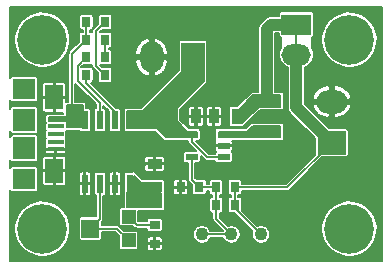
<source format=gtl>
%TF.FileFunction,Copper,L1,Top,Signal*%
%FSLAX46Y46*%
G04 Gerber Fmt 4.6, Leading zero omitted, Abs format (unit mm)*
G04 Created by KiCad (PCBNEW (after 2015-jan-16 BZR unknown)-product) date Mon 27 Apr 2015 12:49:16 PM CEST*
%MOMM*%
G01*
G04 APERTURE LIST*
%ADD10C,0.100000*%
%ADD11R,1.050000X0.600000*%
%ADD12R,0.600000X1.600000*%
%ADD13R,3.400000X2.700000*%
%ADD14R,2.400000X2.000000*%
%ADD15O,2.600000X2.000000*%
%ADD16R,2.000000X2.400000*%
%ADD17O,2.000000X2.600000*%
%ADD18C,1.100000*%
%ADD19R,1.300000X0.900000*%
%ADD20R,0.900000X1.300000*%
%ADD21R,0.800000X0.900000*%
%ADD22R,2.400000X1.100000*%
%ADD23R,0.900000X0.800000*%
%ADD24R,1.500000X1.600000*%
%ADD25R,1.200000X1.200000*%
%ADD26R,1.600000X2.100000*%
%ADD27R,1.900000X1.900000*%
%ADD28R,1.350000X0.400000*%
%ADD29R,1.900000X1.800000*%
%ADD30R,2.500000X1.800000*%
%ADD31O,2.500000X1.800000*%
%ADD32C,4.200000*%
%ADD33C,2.500000*%
%ADD34C,0.600000*%
%ADD35C,0.150000*%
%ADD36C,1.000000*%
G04 APERTURE END LIST*
D10*
D11*
X136350000Y-99950000D03*
X136350000Y-99000000D03*
X136350000Y-98050000D03*
X133650000Y-98050000D03*
X133650000Y-99950000D03*
D12*
X124595000Y-102200000D03*
X125865000Y-102200000D03*
X127135000Y-102200000D03*
X128405000Y-102200000D03*
X128405000Y-96800000D03*
X127135000Y-96800000D03*
X125865000Y-96800000D03*
X124595000Y-96800000D03*
D13*
X126500000Y-99500000D03*
D14*
X145500000Y-98750000D03*
D15*
X145500000Y-95250000D03*
D16*
X133750000Y-91500000D03*
D17*
X130250000Y-91500000D03*
D18*
X134500000Y-106500000D03*
X137000000Y-106500000D03*
X139500000Y-106500000D03*
D19*
X130500000Y-102500000D03*
X130500000Y-100500000D03*
D20*
X132000000Y-96500000D03*
X134000000Y-96500000D03*
X137500000Y-96500000D03*
X135500000Y-96500000D03*
D21*
X124700000Y-90000000D03*
X126300000Y-90000000D03*
X124700000Y-88500000D03*
X126300000Y-88500000D03*
D22*
X140000000Y-97800000D03*
X140000000Y-95200000D03*
D21*
X126300000Y-93000000D03*
X124700000Y-93000000D03*
X126300000Y-91500000D03*
X124700000Y-91500000D03*
D23*
X130500000Y-105700000D03*
X130500000Y-107300000D03*
D21*
X134300000Y-102500000D03*
X132700000Y-102500000D03*
X137300000Y-104000000D03*
X135700000Y-104000000D03*
D24*
X125050000Y-106000000D03*
D25*
X128300000Y-107000000D03*
X128300000Y-105000000D03*
D21*
X135700000Y-102500000D03*
X137300000Y-102500000D03*
D26*
X122000000Y-94900000D03*
X122000000Y-101100000D03*
D27*
X119450000Y-96800000D03*
X119450000Y-99200000D03*
D28*
X122125000Y-96700000D03*
X122125000Y-97350000D03*
X122125000Y-98000000D03*
X122125000Y-98650000D03*
X122125000Y-99300000D03*
D29*
X119450000Y-94200000D03*
X119450000Y-101800000D03*
D30*
X142500000Y-88730000D03*
D31*
X142500000Y-91270000D03*
D32*
X121000000Y-90000000D03*
D33*
X121000000Y-90000000D03*
D32*
X147000000Y-106000000D03*
D33*
X147000000Y-106000000D03*
D32*
X147000000Y-90000000D03*
D33*
X147000000Y-90000000D03*
D32*
X121000000Y-106000000D03*
D33*
X121000000Y-106000000D03*
D34*
X123500000Y-97000000D03*
X123500000Y-96000000D03*
X130750000Y-103750000D03*
X129750000Y-103750000D03*
X128750000Y-103750000D03*
X123500000Y-98500000D03*
X123500000Y-99500000D03*
X123500000Y-100500000D03*
X129500000Y-98500000D03*
X129500000Y-99500000D03*
X129500000Y-100500000D03*
X124500000Y-98500000D03*
X124500000Y-99500000D03*
X124500000Y-100500000D03*
X128500000Y-98500000D03*
X128500000Y-99500000D03*
X128500000Y-100500000D03*
X138500000Y-99000000D03*
X137500000Y-99000000D03*
X136250000Y-95000000D03*
X135250000Y-95000000D03*
X134250000Y-95000000D03*
X138500000Y-100000000D03*
X137500000Y-100000000D03*
X133000000Y-96500000D03*
D35*
X130500000Y-102500000D02*
X130750000Y-102750000D01*
X124700000Y-90000000D02*
X124700000Y-88500000D01*
X123500000Y-91200000D02*
X124700000Y-90000000D01*
X123500000Y-96000000D02*
X123500000Y-97000000D01*
X123500000Y-96000000D02*
X123500000Y-91200000D01*
X130750000Y-102750000D02*
X130750000Y-103750000D01*
X129750000Y-103750000D02*
X128750000Y-103750000D01*
X123700000Y-96800000D02*
X123500000Y-97000000D01*
X124595000Y-96800000D02*
X123700000Y-96800000D01*
X128405000Y-103405000D02*
X128750000Y-103750000D01*
X128405000Y-102200000D02*
X128405000Y-103405000D01*
X123200000Y-99300000D02*
X123500000Y-99000000D01*
X123500000Y-99000000D02*
X123500000Y-98500000D01*
X123500000Y-99500000D02*
X123500000Y-100500000D01*
X122125000Y-99300000D02*
X123200000Y-99300000D01*
X129500000Y-99500000D02*
X129500000Y-100500000D01*
X124500000Y-98500000D02*
X124500000Y-99500000D01*
X128500000Y-100500000D02*
X128500000Y-99500000D01*
X128500000Y-98500000D02*
X129500000Y-98500000D01*
X136350000Y-99000000D02*
X137500000Y-99000000D01*
X135250000Y-95000000D02*
X136250000Y-95000000D01*
X134000000Y-95250000D02*
X134250000Y-95000000D01*
X134000000Y-96500000D02*
X134000000Y-95250000D01*
X137500000Y-100000000D02*
X138500000Y-100000000D01*
X134000000Y-96500000D02*
X133000000Y-96500000D01*
X133650000Y-98650000D02*
X133650000Y-98050000D01*
X134950000Y-99950000D02*
X133650000Y-98650000D01*
X136350000Y-99950000D02*
X134950000Y-99950000D01*
D36*
X142270000Y-88730000D02*
X142500000Y-88730000D01*
X140000000Y-89100000D02*
X140370000Y-88730000D01*
X140370000Y-88730000D02*
X142500000Y-88730000D01*
X140000000Y-95200000D02*
X140000000Y-89100000D01*
D35*
X137500000Y-96500000D02*
X137500000Y-96450000D01*
D36*
X142500000Y-95750000D02*
X145500000Y-98750000D01*
X142500000Y-91270000D02*
X142500000Y-95750000D01*
D35*
X137300000Y-104300000D02*
X139500000Y-106500000D01*
X137300000Y-104000000D02*
X137300000Y-104300000D01*
X137300000Y-104000000D02*
X137300000Y-102500000D01*
X141750000Y-102500000D02*
X137300000Y-102500000D01*
X145500000Y-98750000D02*
X141750000Y-102500000D01*
X142500000Y-88730000D02*
X142500000Y-91270000D01*
X126300000Y-91500000D02*
X126300000Y-90000000D01*
X125500000Y-92200000D02*
X125500000Y-89300000D01*
X125500000Y-89300000D02*
X126300000Y-88500000D01*
X126300000Y-93000000D02*
X125500000Y-92200000D01*
X129000000Y-105700000D02*
X128300000Y-105000000D01*
X130500000Y-105700000D02*
X129000000Y-105700000D01*
X139750000Y-98050000D02*
X140000000Y-97800000D01*
X133650000Y-101850000D02*
X133650000Y-99950000D01*
X134300000Y-102500000D02*
X133650000Y-101850000D01*
X134300000Y-102500000D02*
X135700000Y-102500000D01*
X135700000Y-102500000D02*
X135700000Y-104000000D01*
X134500000Y-106500000D02*
X137000000Y-106500000D01*
X135700000Y-105200000D02*
X137000000Y-106500000D01*
X135700000Y-104000000D02*
X135700000Y-105200000D01*
X125865000Y-105185000D02*
X125050000Y-106000000D01*
X125865000Y-102200000D02*
X125865000Y-105185000D01*
X127300000Y-106000000D02*
X128300000Y-107000000D01*
X125050000Y-106000000D02*
X127300000Y-106000000D01*
X124700000Y-93700000D02*
X124700000Y-93000000D01*
X127135000Y-96135000D02*
X124700000Y-93700000D01*
X127135000Y-96800000D02*
X127135000Y-96135000D01*
X125865000Y-95365000D02*
X124000000Y-93500000D01*
X124000000Y-93500000D02*
X124000000Y-92200000D01*
X124000000Y-92200000D02*
X124700000Y-91500000D01*
X125865000Y-96800000D02*
X125865000Y-95365000D01*
G36*
X124425000Y-97425000D02*
X123075000Y-97425000D01*
X123075000Y-96925000D01*
X122807679Y-96925000D01*
X122800000Y-96923911D01*
X121575000Y-96923911D01*
X121575000Y-96575000D01*
X123075000Y-96575000D01*
X123075000Y-95575000D01*
X124425000Y-95575000D01*
X124425000Y-97425000D01*
X124425000Y-97425000D01*
G37*
X124425000Y-97425000D02*
X123075000Y-97425000D01*
X123075000Y-96925000D01*
X122807679Y-96925000D01*
X122800000Y-96923911D01*
X121575000Y-96923911D01*
X121575000Y-96575000D01*
X123075000Y-96575000D01*
X123075000Y-95575000D01*
X124425000Y-95575000D01*
X124425000Y-97425000D01*
G36*
X131075000Y-104175000D02*
X128907679Y-104175000D01*
X128900000Y-104173911D01*
X128175000Y-104173911D01*
X128175000Y-103013600D01*
X128729327Y-101535393D01*
X129318934Y-102125000D01*
X129826572Y-102125000D01*
X131075000Y-102989296D01*
X131075000Y-104175000D01*
X131075000Y-104175000D01*
G37*
X131075000Y-104175000D02*
X128907679Y-104175000D01*
X128900000Y-104173911D01*
X128175000Y-104173911D01*
X128175000Y-103013600D01*
X128729327Y-101535393D01*
X129318934Y-102125000D01*
X129826572Y-102125000D01*
X131075000Y-102989296D01*
X131075000Y-104175000D01*
G36*
X141125000Y-98275000D02*
X135925000Y-98275000D01*
X135925000Y-97825000D01*
X136850000Y-97825000D01*
X138331066Y-97825000D01*
X138831066Y-97325000D01*
X141125000Y-97325000D01*
X141125000Y-98275000D01*
X141125000Y-98275000D01*
G37*
X141125000Y-98275000D02*
X135925000Y-98275000D01*
X135925000Y-97825000D01*
X136850000Y-97825000D01*
X138331066Y-97825000D01*
X138831066Y-97325000D01*
X141125000Y-97325000D01*
X141125000Y-98275000D01*
G36*
X149725000Y-108725000D02*
X149375102Y-108725000D01*
X149375102Y-105767119D01*
X149375102Y-89767119D01*
X149284635Y-89310228D01*
X149107147Y-88879610D01*
X148849399Y-88491667D01*
X148521207Y-88161176D01*
X148135073Y-87900726D01*
X147705705Y-87720236D01*
X147249456Y-87626581D01*
X146783706Y-87623330D01*
X146326194Y-87710605D01*
X145894348Y-87885082D01*
X145504615Y-88140116D01*
X145171841Y-88465993D01*
X144908701Y-88850299D01*
X144725218Y-89278397D01*
X144628381Y-89733980D01*
X144621878Y-90199697D01*
X144705957Y-90657806D01*
X144877415Y-91090861D01*
X145129722Y-91482364D01*
X145453267Y-91817405D01*
X145835727Y-92083222D01*
X146262533Y-92269689D01*
X146717430Y-92369704D01*
X147183089Y-92379458D01*
X147641775Y-92298580D01*
X148076016Y-92130149D01*
X148469271Y-91880581D01*
X148806563Y-91559383D01*
X149075043Y-91178788D01*
X149264485Y-90753294D01*
X149367674Y-90299107D01*
X149375102Y-89767119D01*
X149375102Y-105767119D01*
X149284635Y-105310228D01*
X149107147Y-104879610D01*
X148849399Y-104491667D01*
X148521207Y-104161176D01*
X148135073Y-103900726D01*
X147705705Y-103720236D01*
X147249456Y-103626581D01*
X147119651Y-103625674D01*
X147119651Y-95636194D01*
X147119651Y-94863806D01*
X147115536Y-94805615D01*
X147003563Y-94557505D01*
X146845338Y-94336008D01*
X146646941Y-94149635D01*
X146415997Y-94005548D01*
X146161380Y-93909285D01*
X145892876Y-93864545D01*
X145675000Y-93960823D01*
X145675000Y-95075000D01*
X147069243Y-95075000D01*
X147119651Y-94863806D01*
X147119651Y-95636194D01*
X147069243Y-95425000D01*
X145675000Y-95425000D01*
X145675000Y-96539177D01*
X145892876Y-96635455D01*
X146161380Y-96590715D01*
X146415997Y-96494452D01*
X146646941Y-96350365D01*
X146845338Y-96163992D01*
X147003563Y-95942495D01*
X147115536Y-95694385D01*
X147119651Y-95636194D01*
X147119651Y-103625674D01*
X146926089Y-103624323D01*
X146926089Y-99750000D01*
X146926089Y-97750000D01*
X146923121Y-97713489D01*
X146904175Y-97652899D01*
X146869131Y-97599964D01*
X146820753Y-97558859D01*
X146762854Y-97532824D01*
X146700000Y-97523911D01*
X145325000Y-97523911D01*
X145325000Y-96539177D01*
X145325000Y-95425000D01*
X145325000Y-95075000D01*
X145325000Y-93960823D01*
X145107124Y-93864545D01*
X144838620Y-93909285D01*
X144584003Y-94005548D01*
X144353059Y-94149635D01*
X144154662Y-94336008D01*
X143996437Y-94557505D01*
X143884464Y-94805615D01*
X143880349Y-94863806D01*
X143930757Y-95075000D01*
X145325000Y-95075000D01*
X145325000Y-95425000D01*
X143930757Y-95425000D01*
X143880349Y-95636194D01*
X143884464Y-95694385D01*
X143996437Y-95942495D01*
X144154662Y-96163992D01*
X144353059Y-96350365D01*
X144584003Y-96494452D01*
X144838620Y-96590715D01*
X145107124Y-96635455D01*
X145325000Y-96539177D01*
X145325000Y-97523911D01*
X145299215Y-97523911D01*
X143225000Y-95449695D01*
X143225000Y-92328483D01*
X143285841Y-92310114D01*
X143479702Y-92207036D01*
X143649850Y-92068267D01*
X143789804Y-91899092D01*
X143894233Y-91705955D01*
X143959159Y-91496213D01*
X143982110Y-91277854D01*
X143962210Y-91059196D01*
X143900219Y-90848568D01*
X143825000Y-90704686D01*
X143825000Y-89841085D01*
X143847101Y-89834175D01*
X143900036Y-89799131D01*
X143941141Y-89750753D01*
X143967176Y-89692854D01*
X143976089Y-89630000D01*
X143976089Y-87830000D01*
X143973121Y-87793489D01*
X143954175Y-87732899D01*
X143919131Y-87679964D01*
X143870753Y-87638859D01*
X143812854Y-87612824D01*
X143750000Y-87603911D01*
X141250000Y-87603911D01*
X141213489Y-87606879D01*
X141152899Y-87625825D01*
X141099964Y-87660869D01*
X141058859Y-87709247D01*
X141032824Y-87767146D01*
X141023911Y-87830000D01*
X141023911Y-88005000D01*
X140370000Y-88005000D01*
X140303400Y-88011530D01*
X140236635Y-88017372D01*
X140232972Y-88018436D01*
X140229180Y-88018808D01*
X140165076Y-88038161D01*
X140100758Y-88056848D01*
X140097374Y-88058601D01*
X140093724Y-88059704D01*
X140034568Y-88091157D01*
X139975137Y-88121964D01*
X139972159Y-88124340D01*
X139968791Y-88126132D01*
X139916843Y-88168499D01*
X139864556Y-88210240D01*
X139859256Y-88215466D01*
X139859140Y-88215561D01*
X139859050Y-88215668D01*
X139857348Y-88217348D01*
X139487348Y-88587348D01*
X139444880Y-88639049D01*
X139401793Y-88690399D01*
X139399955Y-88693742D01*
X139397537Y-88696686D01*
X139365910Y-88755668D01*
X139333627Y-88814392D01*
X139332473Y-88818027D01*
X139330673Y-88821386D01*
X139311090Y-88885434D01*
X139290843Y-88949264D01*
X139290418Y-88953049D01*
X139289303Y-88956698D01*
X139282529Y-89023381D01*
X139275071Y-89089877D01*
X139275018Y-89097323D01*
X139275004Y-89097469D01*
X139275016Y-89097604D01*
X139275000Y-89100000D01*
X139275000Y-94423911D01*
X138800000Y-94423911D01*
X138786603Y-94425000D01*
X138706802Y-94425000D01*
X138652831Y-94478970D01*
X138649964Y-94480869D01*
X138644487Y-94487314D01*
X137507891Y-95623911D01*
X137050000Y-95623911D01*
X137036603Y-95625000D01*
X136825000Y-95625000D01*
X136825000Y-95842320D01*
X136823911Y-95850000D01*
X136823911Y-97150000D01*
X136825000Y-97163396D01*
X136825000Y-97375000D01*
X137042320Y-97375000D01*
X137050000Y-97376089D01*
X137950000Y-97376089D01*
X137963396Y-97375000D01*
X138043198Y-97375000D01*
X138097168Y-97321029D01*
X138100036Y-97319131D01*
X138105512Y-97312685D01*
X139442109Y-95976089D01*
X141200000Y-95976089D01*
X141213396Y-95975000D01*
X141425000Y-95975000D01*
X141425000Y-95757679D01*
X141426089Y-95750000D01*
X141426089Y-94650000D01*
X141425000Y-94636603D01*
X141425000Y-94425000D01*
X141207679Y-94425000D01*
X141200000Y-94423911D01*
X140725000Y-94423911D01*
X140725000Y-89455000D01*
X141023911Y-89455000D01*
X141023911Y-89630000D01*
X141026879Y-89666511D01*
X141045825Y-89727101D01*
X141080869Y-89780036D01*
X141129247Y-89821141D01*
X141175000Y-89841714D01*
X141175000Y-90706001D01*
X141105767Y-90834045D01*
X141040841Y-91043787D01*
X141017890Y-91262146D01*
X141037790Y-91480804D01*
X141099781Y-91691432D01*
X141201503Y-91886009D01*
X141339081Y-92057121D01*
X141507275Y-92198253D01*
X141699678Y-92304027D01*
X141775000Y-92327920D01*
X141775000Y-95750000D01*
X141781530Y-95816599D01*
X141787372Y-95883365D01*
X141788436Y-95887027D01*
X141788808Y-95890820D01*
X141808161Y-95954923D01*
X141826848Y-96019242D01*
X141828601Y-96022625D01*
X141829704Y-96026276D01*
X141861157Y-96085431D01*
X141891964Y-96144863D01*
X141894340Y-96147840D01*
X141896132Y-96151209D01*
X141938499Y-96203156D01*
X141980240Y-96255444D01*
X141985466Y-96260743D01*
X141985561Y-96260860D01*
X141985668Y-96260949D01*
X141987348Y-96262652D01*
X144073911Y-98349215D01*
X144073911Y-99750000D01*
X144074048Y-99751687D01*
X141625736Y-102200000D01*
X141426089Y-102200000D01*
X141426089Y-98350000D01*
X141426089Y-97250000D01*
X141425000Y-97236603D01*
X141425000Y-97025000D01*
X141207679Y-97025000D01*
X141200000Y-97023911D01*
X138800000Y-97023911D01*
X138786603Y-97025000D01*
X138706802Y-97025000D01*
X138652831Y-97078970D01*
X138649964Y-97080869D01*
X138644487Y-97087314D01*
X138206802Y-97525000D01*
X136882679Y-97525000D01*
X136875000Y-97523911D01*
X136180000Y-97523911D01*
X136180000Y-97172653D01*
X136180000Y-96607500D01*
X136180000Y-96392500D01*
X136180000Y-95827347D01*
X136171161Y-95782911D01*
X136153823Y-95741054D01*
X136128653Y-95703384D01*
X136096616Y-95671347D01*
X136058946Y-95646177D01*
X136017089Y-95628839D01*
X135972653Y-95620000D01*
X135927347Y-95620000D01*
X135607500Y-95620000D01*
X135550000Y-95677500D01*
X135550000Y-96450000D01*
X136122500Y-96450000D01*
X136180000Y-96392500D01*
X136180000Y-96607500D01*
X136122500Y-96550000D01*
X135550000Y-96550000D01*
X135550000Y-97322500D01*
X135607500Y-97380000D01*
X135927347Y-97380000D01*
X135972653Y-97380000D01*
X136017089Y-97371161D01*
X136058946Y-97353823D01*
X136096616Y-97328653D01*
X136128653Y-97296616D01*
X136153823Y-97258946D01*
X136171161Y-97217089D01*
X136180000Y-97172653D01*
X136180000Y-97523911D01*
X135825000Y-97523911D01*
X135811603Y-97525000D01*
X135625000Y-97525000D01*
X135625000Y-97648948D01*
X135607824Y-97687146D01*
X135598911Y-97750000D01*
X135598911Y-98350000D01*
X135601879Y-98386511D01*
X135620825Y-98447101D01*
X135625000Y-98453407D01*
X135625000Y-98575000D01*
X135631903Y-98575000D01*
X135621177Y-98591054D01*
X135603839Y-98632911D01*
X135595000Y-98677347D01*
X135595000Y-98892500D01*
X135652500Y-98950000D01*
X136300000Y-98950000D01*
X136300000Y-98930000D01*
X136400000Y-98930000D01*
X136400000Y-98950000D01*
X137047500Y-98950000D01*
X137105000Y-98892500D01*
X137105000Y-98677347D01*
X137096161Y-98632911D01*
X137078823Y-98591054D01*
X137068096Y-98575000D01*
X138792320Y-98575000D01*
X138800000Y-98576089D01*
X141200000Y-98576089D01*
X141213396Y-98575000D01*
X141425000Y-98575000D01*
X141425000Y-98357679D01*
X141426089Y-98350000D01*
X141426089Y-102200000D01*
X137926089Y-102200000D01*
X137926089Y-102050000D01*
X137923121Y-102013489D01*
X137904175Y-101952899D01*
X137869131Y-101899964D01*
X137820753Y-101858859D01*
X137762854Y-101832824D01*
X137700000Y-101823911D01*
X136900000Y-101823911D01*
X136863489Y-101826879D01*
X136802899Y-101845825D01*
X136749964Y-101880869D01*
X136708859Y-101929247D01*
X136682824Y-101987146D01*
X136673911Y-102050000D01*
X136673911Y-102950000D01*
X136676879Y-102986511D01*
X136695825Y-103047101D01*
X136730869Y-103100036D01*
X136779247Y-103141141D01*
X136837146Y-103167176D01*
X136900000Y-103176089D01*
X137000000Y-103176089D01*
X137000000Y-103323911D01*
X136900000Y-103323911D01*
X136863489Y-103326879D01*
X136802899Y-103345825D01*
X136749964Y-103380869D01*
X136708859Y-103429247D01*
X136682824Y-103487146D01*
X136673911Y-103550000D01*
X136673911Y-104450000D01*
X136676879Y-104486511D01*
X136695825Y-104547101D01*
X136730869Y-104600036D01*
X136779247Y-104641141D01*
X136837146Y-104667176D01*
X136900000Y-104676089D01*
X137251825Y-104676089D01*
X138782472Y-106206736D01*
X138757703Y-106264529D01*
X138726103Y-106413194D01*
X138723981Y-106565164D01*
X138751417Y-106714653D01*
X138807367Y-106855965D01*
X138889699Y-106983719D01*
X138995277Y-107093048D01*
X139120079Y-107179788D01*
X139259353Y-107240635D01*
X139407793Y-107273272D01*
X139559745Y-107276455D01*
X139709421Y-107250063D01*
X139851121Y-107195101D01*
X139979446Y-107113663D01*
X140089510Y-107008851D01*
X140177119Y-106884657D01*
X140238937Y-106745812D01*
X140272609Y-106597603D01*
X140275033Y-106424007D01*
X140245513Y-106274916D01*
X140187595Y-106134399D01*
X140103488Y-106007807D01*
X139996394Y-105899963D01*
X139870392Y-105814974D01*
X139730283Y-105756077D01*
X139581402Y-105725516D01*
X139429420Y-105724455D01*
X139280127Y-105752934D01*
X139206817Y-105782553D01*
X137919652Y-104495388D01*
X137926089Y-104450000D01*
X137926089Y-103550000D01*
X137923121Y-103513489D01*
X137904175Y-103452899D01*
X137869131Y-103399964D01*
X137820753Y-103358859D01*
X137762854Y-103332824D01*
X137700000Y-103323911D01*
X137600000Y-103323911D01*
X137600000Y-103176089D01*
X137700000Y-103176089D01*
X137736511Y-103173121D01*
X137797101Y-103154175D01*
X137850036Y-103119131D01*
X137891141Y-103070753D01*
X137917176Y-103012854D01*
X137926089Y-102950000D01*
X137926089Y-102800000D01*
X141750000Y-102800000D01*
X141777611Y-102797292D01*
X141805185Y-102794880D01*
X141806694Y-102794441D01*
X141808270Y-102794287D01*
X141834845Y-102786263D01*
X141861410Y-102778546D01*
X141862810Y-102777820D01*
X141864321Y-102777364D01*
X141888790Y-102764352D01*
X141913391Y-102751601D01*
X141914624Y-102750616D01*
X141916017Y-102749876D01*
X141937465Y-102732382D01*
X141959149Y-102715074D01*
X141961347Y-102712905D01*
X141961390Y-102712871D01*
X141961422Y-102712831D01*
X141962132Y-102712132D01*
X144698175Y-99976089D01*
X146700000Y-99976089D01*
X146736511Y-99973121D01*
X146797101Y-99954175D01*
X146850036Y-99919131D01*
X146891141Y-99870753D01*
X146917176Y-99812854D01*
X146926089Y-99750000D01*
X146926089Y-103624323D01*
X146783706Y-103623330D01*
X146326194Y-103710605D01*
X145894348Y-103885082D01*
X145504615Y-104140116D01*
X145171841Y-104465993D01*
X144908701Y-104850299D01*
X144725218Y-105278397D01*
X144628381Y-105733980D01*
X144621878Y-106199697D01*
X144705957Y-106657806D01*
X144877415Y-107090861D01*
X145129722Y-107482364D01*
X145453267Y-107817405D01*
X145835727Y-108083222D01*
X146262533Y-108269689D01*
X146717430Y-108369704D01*
X147183089Y-108379458D01*
X147641775Y-108298580D01*
X148076016Y-108130149D01*
X148469271Y-107880581D01*
X148806563Y-107559383D01*
X149075043Y-107178788D01*
X149264485Y-106753294D01*
X149367674Y-106299107D01*
X149375102Y-105767119D01*
X149375102Y-108725000D01*
X137775033Y-108725000D01*
X137775033Y-106424007D01*
X137745513Y-106274916D01*
X137687595Y-106134399D01*
X137603488Y-106007807D01*
X137496394Y-105899963D01*
X137370392Y-105814974D01*
X137230283Y-105756077D01*
X137081402Y-105725516D01*
X136929420Y-105724455D01*
X136780127Y-105752934D01*
X136706817Y-105782553D01*
X136000000Y-105075736D01*
X136000000Y-104676089D01*
X136100000Y-104676089D01*
X136136511Y-104673121D01*
X136197101Y-104654175D01*
X136250036Y-104619131D01*
X136291141Y-104570753D01*
X136317176Y-104512854D01*
X136326089Y-104450000D01*
X136326089Y-103550000D01*
X136323121Y-103513489D01*
X136304175Y-103452899D01*
X136269131Y-103399964D01*
X136220753Y-103358859D01*
X136162854Y-103332824D01*
X136100000Y-103323911D01*
X136000000Y-103323911D01*
X136000000Y-103176089D01*
X136100000Y-103176089D01*
X136136511Y-103173121D01*
X136197101Y-103154175D01*
X136250036Y-103119131D01*
X136291141Y-103070753D01*
X136317176Y-103012854D01*
X136326089Y-102950000D01*
X136326089Y-102050000D01*
X136323121Y-102013489D01*
X136304175Y-101952899D01*
X136269131Y-101899964D01*
X136220753Y-101858859D01*
X136162854Y-101832824D01*
X136100000Y-101823911D01*
X135300000Y-101823911D01*
X135263489Y-101826879D01*
X135202899Y-101845825D01*
X135149964Y-101880869D01*
X135108859Y-101929247D01*
X135082824Y-101987146D01*
X135073911Y-102050000D01*
X135073911Y-102200000D01*
X134926089Y-102200000D01*
X134926089Y-102050000D01*
X134923121Y-102013489D01*
X134904175Y-101952899D01*
X134869131Y-101899964D01*
X134820753Y-101858859D01*
X134762854Y-101832824D01*
X134700000Y-101823911D01*
X134048175Y-101823911D01*
X133950000Y-101725736D01*
X133950000Y-100476089D01*
X134175000Y-100476089D01*
X134211511Y-100473121D01*
X134272101Y-100454175D01*
X134325036Y-100419131D01*
X134366141Y-100370753D01*
X134392176Y-100312854D01*
X134401089Y-100250000D01*
X134401089Y-99825353D01*
X134737868Y-100162132D01*
X134759304Y-100179740D01*
X134780510Y-100197534D01*
X134781888Y-100198291D01*
X134783111Y-100199296D01*
X134807550Y-100212399D01*
X134831817Y-100225741D01*
X134833322Y-100226218D01*
X134834711Y-100226963D01*
X134861181Y-100235055D01*
X134887626Y-100243444D01*
X134889195Y-100243620D01*
X134890703Y-100244081D01*
X134918241Y-100246878D01*
X134945811Y-100249971D01*
X134948897Y-100249992D01*
X134948953Y-100249998D01*
X134949004Y-100249993D01*
X134950000Y-100250000D01*
X135598911Y-100250000D01*
X135601879Y-100286511D01*
X135620825Y-100347101D01*
X135655869Y-100400036D01*
X135704247Y-100441141D01*
X135762146Y-100467176D01*
X135825000Y-100476089D01*
X136875000Y-100476089D01*
X136911511Y-100473121D01*
X136972101Y-100454175D01*
X137025036Y-100419131D01*
X137066141Y-100370753D01*
X137092176Y-100312854D01*
X137101089Y-100250000D01*
X137101089Y-99650000D01*
X137098121Y-99613489D01*
X137079175Y-99552899D01*
X137044131Y-99499964D01*
X137020179Y-99479613D01*
X137021616Y-99478653D01*
X137053653Y-99446616D01*
X137078823Y-99408946D01*
X137096161Y-99367089D01*
X137105000Y-99322653D01*
X137105000Y-99107500D01*
X137047500Y-99050000D01*
X136400000Y-99050000D01*
X136400000Y-99070000D01*
X136300000Y-99070000D01*
X136300000Y-99050000D01*
X135652500Y-99050000D01*
X135595000Y-99107500D01*
X135595000Y-99322653D01*
X135603839Y-99367089D01*
X135621177Y-99408946D01*
X135646347Y-99446616D01*
X135678355Y-99478624D01*
X135674964Y-99480869D01*
X135633859Y-99529247D01*
X135607824Y-99587146D01*
X135598911Y-99650000D01*
X135450000Y-99650000D01*
X135450000Y-97322500D01*
X135450000Y-96550000D01*
X135450000Y-96450000D01*
X135450000Y-95677500D01*
X135392500Y-95620000D01*
X135072653Y-95620000D01*
X135027347Y-95620000D01*
X134982911Y-95628839D01*
X134941054Y-95646177D01*
X134903384Y-95671347D01*
X134871347Y-95703384D01*
X134846177Y-95741054D01*
X134828839Y-95782911D01*
X134820000Y-95827347D01*
X134820000Y-96392500D01*
X134877500Y-96450000D01*
X135450000Y-96450000D01*
X135450000Y-96550000D01*
X134877500Y-96550000D01*
X134820000Y-96607500D01*
X134820000Y-97172653D01*
X134828839Y-97217089D01*
X134846177Y-97258946D01*
X134871347Y-97296616D01*
X134903384Y-97328653D01*
X134941054Y-97353823D01*
X134982911Y-97371161D01*
X135027347Y-97380000D01*
X135072653Y-97380000D01*
X135392500Y-97380000D01*
X135450000Y-97322500D01*
X135450000Y-99650000D01*
X135074264Y-99650000D01*
X134680000Y-99255736D01*
X134680000Y-97172653D01*
X134680000Y-96607500D01*
X134680000Y-96392500D01*
X134680000Y-95827347D01*
X134671161Y-95782911D01*
X134653823Y-95741054D01*
X134628653Y-95703384D01*
X134596616Y-95671347D01*
X134558946Y-95646177D01*
X134517089Y-95628839D01*
X134472653Y-95620000D01*
X134427347Y-95620000D01*
X134107500Y-95620000D01*
X134050000Y-95677500D01*
X134050000Y-96450000D01*
X134622500Y-96450000D01*
X134680000Y-96392500D01*
X134680000Y-96607500D01*
X134622500Y-96550000D01*
X134050000Y-96550000D01*
X134050000Y-97322500D01*
X134107500Y-97380000D01*
X134427347Y-97380000D01*
X134472653Y-97380000D01*
X134517089Y-97371161D01*
X134558946Y-97353823D01*
X134596616Y-97328653D01*
X134628653Y-97296616D01*
X134653823Y-97258946D01*
X134671161Y-97217089D01*
X134680000Y-97172653D01*
X134680000Y-99255736D01*
X134000353Y-98576089D01*
X134175000Y-98576089D01*
X134188396Y-98575000D01*
X134375000Y-98575000D01*
X134375000Y-98451051D01*
X134392176Y-98412854D01*
X134401089Y-98350000D01*
X134401089Y-97750000D01*
X134398121Y-97713489D01*
X134379175Y-97652899D01*
X134375000Y-97646592D01*
X134375000Y-97525000D01*
X134182679Y-97525000D01*
X134175000Y-97523911D01*
X133950000Y-97523911D01*
X133950000Y-97322500D01*
X133950000Y-96550000D01*
X133950000Y-96450000D01*
X133950000Y-95677500D01*
X133892500Y-95620000D01*
X133572653Y-95620000D01*
X133527347Y-95620000D01*
X133482911Y-95628839D01*
X133441054Y-95646177D01*
X133403384Y-95671347D01*
X133371347Y-95703384D01*
X133346177Y-95741054D01*
X133328839Y-95782911D01*
X133320000Y-95827347D01*
X133320000Y-96392500D01*
X133377500Y-96450000D01*
X133950000Y-96450000D01*
X133950000Y-96550000D01*
X133377500Y-96550000D01*
X133320000Y-96607500D01*
X133320000Y-97172653D01*
X133328839Y-97217089D01*
X133346177Y-97258946D01*
X133371347Y-97296616D01*
X133403384Y-97328653D01*
X133441054Y-97353823D01*
X133482911Y-97371161D01*
X133527347Y-97380000D01*
X133572653Y-97380000D01*
X133892500Y-97380000D01*
X133950000Y-97322500D01*
X133950000Y-97523911D01*
X133392109Y-97523911D01*
X132676089Y-96807891D01*
X132676089Y-95942109D01*
X134975000Y-93643198D01*
X134975000Y-92707679D01*
X134976089Y-92700000D01*
X134976089Y-90300000D01*
X134975000Y-90286603D01*
X134975000Y-90075000D01*
X134757679Y-90075000D01*
X134750000Y-90073911D01*
X132750000Y-90073911D01*
X132736603Y-90075000D01*
X132525000Y-90075000D01*
X132525000Y-90292320D01*
X132523911Y-90300000D01*
X132523911Y-92607891D01*
X131635455Y-93496347D01*
X131635455Y-91892876D01*
X131635455Y-91107124D01*
X131590715Y-90838620D01*
X131494452Y-90584003D01*
X131350365Y-90353059D01*
X131163992Y-90154662D01*
X130942495Y-89996437D01*
X130694385Y-89884464D01*
X130636194Y-89880349D01*
X130425000Y-89930757D01*
X130425000Y-91325000D01*
X131539177Y-91325000D01*
X131635455Y-91107124D01*
X131635455Y-91892876D01*
X131539177Y-91675000D01*
X130425000Y-91675000D01*
X130425000Y-93069243D01*
X130636194Y-93119651D01*
X130694385Y-93115536D01*
X130942495Y-93003563D01*
X131163992Y-92845338D01*
X131350365Y-92646941D01*
X131494452Y-92415997D01*
X131590715Y-92161380D01*
X131635455Y-91892876D01*
X131635455Y-93496347D01*
X130075000Y-95056802D01*
X130075000Y-93069243D01*
X130075000Y-91675000D01*
X130075000Y-91325000D01*
X130075000Y-89930757D01*
X129863806Y-89880349D01*
X129805615Y-89884464D01*
X129557505Y-89996437D01*
X129336008Y-90154662D01*
X129149635Y-90353059D01*
X129005548Y-90584003D01*
X128909285Y-90838620D01*
X128864545Y-91107124D01*
X128960823Y-91325000D01*
X130075000Y-91325000D01*
X130075000Y-91675000D01*
X128960823Y-91675000D01*
X128864545Y-91892876D01*
X128909285Y-92161380D01*
X129005548Y-92415997D01*
X129149635Y-92646941D01*
X129336008Y-92845338D01*
X129557505Y-93003563D01*
X129805615Y-93115536D01*
X129863806Y-93119651D01*
X130075000Y-93069243D01*
X130075000Y-95056802D01*
X129356802Y-95775000D01*
X128712679Y-95775000D01*
X128705000Y-95773911D01*
X128105000Y-95773911D01*
X128091603Y-95775000D01*
X127875000Y-95775000D01*
X127875000Y-97825000D01*
X128097320Y-97825000D01*
X128105000Y-97826089D01*
X128705000Y-97826089D01*
X128718396Y-97825000D01*
X130556802Y-97825000D01*
X131306802Y-98575000D01*
X133117320Y-98575000D01*
X133125000Y-98576089D01*
X133350000Y-98576089D01*
X133350000Y-98650000D01*
X133352707Y-98677611D01*
X133355120Y-98705185D01*
X133355558Y-98706694D01*
X133355713Y-98708270D01*
X133363736Y-98734845D01*
X133371454Y-98761410D01*
X133372179Y-98762810D01*
X133372636Y-98764321D01*
X133385647Y-98788790D01*
X133398399Y-98813391D01*
X133399383Y-98814624D01*
X133400124Y-98816017D01*
X133417617Y-98837465D01*
X133434926Y-98859149D01*
X133437094Y-98861347D01*
X133437129Y-98861390D01*
X133437168Y-98861422D01*
X133437868Y-98862132D01*
X133999647Y-99423911D01*
X133125000Y-99423911D01*
X133088489Y-99426879D01*
X133027899Y-99445825D01*
X132974964Y-99480869D01*
X132933859Y-99529247D01*
X132907824Y-99587146D01*
X132898911Y-99650000D01*
X132898911Y-100250000D01*
X132901879Y-100286511D01*
X132920825Y-100347101D01*
X132955869Y-100400036D01*
X133004247Y-100441141D01*
X133062146Y-100467176D01*
X133125000Y-100476089D01*
X133350000Y-100476089D01*
X133350000Y-101850000D01*
X133352707Y-101877611D01*
X133355120Y-101905185D01*
X133355558Y-101906694D01*
X133355713Y-101908270D01*
X133363736Y-101934845D01*
X133371454Y-101961410D01*
X133372179Y-101962810D01*
X133372636Y-101964321D01*
X133385647Y-101988790D01*
X133398399Y-102013391D01*
X133399383Y-102014624D01*
X133400124Y-102016017D01*
X133417617Y-102037465D01*
X133434926Y-102059149D01*
X133437094Y-102061347D01*
X133437129Y-102061390D01*
X133437168Y-102061422D01*
X133437868Y-102062132D01*
X133673911Y-102298175D01*
X133673911Y-102950000D01*
X133676879Y-102986511D01*
X133695825Y-103047101D01*
X133730869Y-103100036D01*
X133779247Y-103141141D01*
X133837146Y-103167176D01*
X133900000Y-103176089D01*
X134700000Y-103176089D01*
X134736511Y-103173121D01*
X134797101Y-103154175D01*
X134850036Y-103119131D01*
X134891141Y-103070753D01*
X134917176Y-103012854D01*
X134926089Y-102950000D01*
X134926089Y-102800000D01*
X135073911Y-102800000D01*
X135073911Y-102950000D01*
X135076879Y-102986511D01*
X135095825Y-103047101D01*
X135130869Y-103100036D01*
X135179247Y-103141141D01*
X135237146Y-103167176D01*
X135300000Y-103176089D01*
X135400000Y-103176089D01*
X135400000Y-103323911D01*
X135300000Y-103323911D01*
X135263489Y-103326879D01*
X135202899Y-103345825D01*
X135149964Y-103380869D01*
X135108859Y-103429247D01*
X135082824Y-103487146D01*
X135073911Y-103550000D01*
X135073911Y-104450000D01*
X135076879Y-104486511D01*
X135095825Y-104547101D01*
X135130869Y-104600036D01*
X135179247Y-104641141D01*
X135237146Y-104667176D01*
X135300000Y-104676089D01*
X135400000Y-104676089D01*
X135400000Y-105200000D01*
X135402707Y-105227611D01*
X135405120Y-105255185D01*
X135405558Y-105256694D01*
X135405713Y-105258270D01*
X135413736Y-105284845D01*
X135421454Y-105311410D01*
X135422179Y-105312810D01*
X135422636Y-105314321D01*
X135435647Y-105338790D01*
X135448399Y-105363391D01*
X135449383Y-105364624D01*
X135450124Y-105366017D01*
X135467617Y-105387465D01*
X135484926Y-105409149D01*
X135487094Y-105411347D01*
X135487129Y-105411390D01*
X135487168Y-105411422D01*
X135487868Y-105412132D01*
X136275736Y-106200000D01*
X135214634Y-106200000D01*
X135187595Y-106134399D01*
X135103488Y-106007807D01*
X134996394Y-105899963D01*
X134870392Y-105814974D01*
X134730283Y-105756077D01*
X134581402Y-105725516D01*
X134429420Y-105724455D01*
X134280127Y-105752934D01*
X134139208Y-105809869D01*
X134012032Y-105893091D01*
X133903443Y-105999429D01*
X133817576Y-106124834D01*
X133757703Y-106264529D01*
X133726103Y-106413194D01*
X133723981Y-106565164D01*
X133751417Y-106714653D01*
X133807367Y-106855965D01*
X133889699Y-106983719D01*
X133995277Y-107093048D01*
X134120079Y-107179788D01*
X134259353Y-107240635D01*
X134407793Y-107273272D01*
X134559745Y-107276455D01*
X134709421Y-107250063D01*
X134851121Y-107195101D01*
X134979446Y-107113663D01*
X135089510Y-107008851D01*
X135177119Y-106884657D01*
X135214810Y-106800000D01*
X136285208Y-106800000D01*
X136307367Y-106855965D01*
X136389699Y-106983719D01*
X136495277Y-107093048D01*
X136620079Y-107179788D01*
X136759353Y-107240635D01*
X136907793Y-107273272D01*
X137059745Y-107276455D01*
X137209421Y-107250063D01*
X137351121Y-107195101D01*
X137479446Y-107113663D01*
X137589510Y-107008851D01*
X137677119Y-106884657D01*
X137738937Y-106745812D01*
X137772609Y-106597603D01*
X137775033Y-106424007D01*
X137775033Y-108725000D01*
X133330000Y-108725000D01*
X133330000Y-102972653D01*
X133330000Y-102607500D01*
X133330000Y-102392500D01*
X133330000Y-102027347D01*
X133321161Y-101982911D01*
X133303823Y-101941054D01*
X133278653Y-101903384D01*
X133246616Y-101871347D01*
X133208946Y-101846177D01*
X133167089Y-101828839D01*
X133122653Y-101820000D01*
X133077347Y-101820000D01*
X132807500Y-101820000D01*
X132750000Y-101877500D01*
X132750000Y-102450000D01*
X133272500Y-102450000D01*
X133330000Y-102392500D01*
X133330000Y-102607500D01*
X133272500Y-102550000D01*
X132750000Y-102550000D01*
X132750000Y-103122500D01*
X132807500Y-103180000D01*
X133077347Y-103180000D01*
X133122653Y-103180000D01*
X133167089Y-103171161D01*
X133208946Y-103153823D01*
X133246616Y-103128653D01*
X133278653Y-103096616D01*
X133303823Y-103058946D01*
X133321161Y-103017089D01*
X133330000Y-102972653D01*
X133330000Y-108725000D01*
X132650000Y-108725000D01*
X132650000Y-103122500D01*
X132650000Y-102550000D01*
X132650000Y-102450000D01*
X132650000Y-101877500D01*
X132592500Y-101820000D01*
X132322653Y-101820000D01*
X132277347Y-101820000D01*
X132232911Y-101828839D01*
X132191054Y-101846177D01*
X132153384Y-101871347D01*
X132121347Y-101903384D01*
X132096177Y-101941054D01*
X132078839Y-101982911D01*
X132070000Y-102027347D01*
X132070000Y-102392500D01*
X132127500Y-102450000D01*
X132650000Y-102450000D01*
X132650000Y-102550000D01*
X132127500Y-102550000D01*
X132070000Y-102607500D01*
X132070000Y-102972653D01*
X132078839Y-103017089D01*
X132096177Y-103058946D01*
X132121347Y-103096616D01*
X132153384Y-103128653D01*
X132191054Y-103153823D01*
X132232911Y-103171161D01*
X132277347Y-103180000D01*
X132322653Y-103180000D01*
X132592500Y-103180000D01*
X132650000Y-103122500D01*
X132650000Y-108725000D01*
X131380000Y-108725000D01*
X131380000Y-100972653D01*
X131380000Y-100927347D01*
X131380000Y-100607500D01*
X131380000Y-100392500D01*
X131380000Y-100072653D01*
X131380000Y-100027347D01*
X131371161Y-99982911D01*
X131353823Y-99941054D01*
X131328653Y-99903384D01*
X131296616Y-99871347D01*
X131258946Y-99846177D01*
X131217089Y-99828839D01*
X131172653Y-99820000D01*
X130607500Y-99820000D01*
X130550000Y-99877500D01*
X130550000Y-100450000D01*
X131322500Y-100450000D01*
X131380000Y-100392500D01*
X131380000Y-100607500D01*
X131322500Y-100550000D01*
X130550000Y-100550000D01*
X130550000Y-101122500D01*
X130607500Y-101180000D01*
X131172653Y-101180000D01*
X131217089Y-101171161D01*
X131258946Y-101153823D01*
X131296616Y-101128653D01*
X131328653Y-101096616D01*
X131353823Y-101058946D01*
X131371161Y-101017089D01*
X131380000Y-100972653D01*
X131380000Y-108725000D01*
X131376089Y-108725000D01*
X131376089Y-102950000D01*
X131376089Y-102050000D01*
X131373121Y-102013489D01*
X131354175Y-101952899D01*
X131319131Y-101899964D01*
X131270753Y-101858859D01*
X131212854Y-101832824D01*
X131150000Y-101823911D01*
X130450000Y-101823911D01*
X130450000Y-101122500D01*
X130450000Y-100550000D01*
X130450000Y-100450000D01*
X130450000Y-99877500D01*
X130392500Y-99820000D01*
X129827347Y-99820000D01*
X129782911Y-99828839D01*
X129741054Y-99846177D01*
X129703384Y-99871347D01*
X129671347Y-99903384D01*
X129646177Y-99941054D01*
X129628839Y-99982911D01*
X129620000Y-100027347D01*
X129620000Y-100072653D01*
X129620000Y-100392500D01*
X129677500Y-100450000D01*
X130450000Y-100450000D01*
X130450000Y-100550000D01*
X129677500Y-100550000D01*
X129620000Y-100607500D01*
X129620000Y-100927347D01*
X129620000Y-100972653D01*
X129628839Y-101017089D01*
X129646177Y-101058946D01*
X129671347Y-101096616D01*
X129703384Y-101128653D01*
X129741054Y-101153823D01*
X129782911Y-101171161D01*
X129827347Y-101180000D01*
X130392500Y-101180000D01*
X130450000Y-101122500D01*
X130450000Y-101823911D01*
X129850000Y-101823911D01*
X129836603Y-101825000D01*
X129443198Y-101825000D01*
X128885822Y-101267624D01*
X128874131Y-101249964D01*
X128834426Y-101216228D01*
X128612018Y-100993820D01*
X128544483Y-101173911D01*
X128105000Y-101173911D01*
X128068489Y-101176879D01*
X128007899Y-101195825D01*
X127954964Y-101230869D01*
X127913859Y-101279247D01*
X127887824Y-101337146D01*
X127878911Y-101400000D01*
X127878911Y-102948770D01*
X127875000Y-102959200D01*
X127875000Y-104173911D01*
X127700000Y-104173911D01*
X127665000Y-104176756D01*
X127665000Y-103022653D01*
X127665000Y-102307500D01*
X127665000Y-102092500D01*
X127665000Y-101377347D01*
X127661089Y-101357685D01*
X127661089Y-97600000D01*
X127661089Y-96000000D01*
X127658121Y-95963489D01*
X127639175Y-95902899D01*
X127604131Y-95849964D01*
X127555753Y-95808859D01*
X127497854Y-95782824D01*
X127435000Y-95773911D01*
X127198175Y-95773911D01*
X125100326Y-93676062D01*
X125136511Y-93673121D01*
X125197101Y-93654175D01*
X125250036Y-93619131D01*
X125291141Y-93570753D01*
X125317176Y-93512854D01*
X125326089Y-93450000D01*
X125326089Y-92550000D01*
X125323121Y-92513489D01*
X125304175Y-92452899D01*
X125269131Y-92399964D01*
X125220753Y-92358859D01*
X125162854Y-92332824D01*
X125100000Y-92323911D01*
X124300353Y-92323911D01*
X124448175Y-92176089D01*
X125100000Y-92176089D01*
X125136511Y-92173121D01*
X125197101Y-92154175D01*
X125200000Y-92152255D01*
X125200000Y-92200000D01*
X125202707Y-92227611D01*
X125205120Y-92255185D01*
X125205558Y-92256694D01*
X125205713Y-92258270D01*
X125213736Y-92284845D01*
X125221454Y-92311410D01*
X125222179Y-92312810D01*
X125222636Y-92314321D01*
X125235647Y-92338790D01*
X125248399Y-92363391D01*
X125249383Y-92364624D01*
X125250124Y-92366017D01*
X125267617Y-92387465D01*
X125284926Y-92409149D01*
X125287094Y-92411347D01*
X125287129Y-92411390D01*
X125287168Y-92411422D01*
X125287868Y-92412132D01*
X125673911Y-92798175D01*
X125673911Y-93450000D01*
X125676879Y-93486511D01*
X125695825Y-93547101D01*
X125730869Y-93600036D01*
X125779247Y-93641141D01*
X125837146Y-93667176D01*
X125900000Y-93676089D01*
X126700000Y-93676089D01*
X126736511Y-93673121D01*
X126797101Y-93654175D01*
X126850036Y-93619131D01*
X126891141Y-93570753D01*
X126917176Y-93512854D01*
X126926089Y-93450000D01*
X126926089Y-92550000D01*
X126923121Y-92513489D01*
X126904175Y-92452899D01*
X126869131Y-92399964D01*
X126820753Y-92358859D01*
X126762854Y-92332824D01*
X126700000Y-92323911D01*
X126048175Y-92323911D01*
X125900353Y-92176089D01*
X126700000Y-92176089D01*
X126736511Y-92173121D01*
X126797101Y-92154175D01*
X126850036Y-92119131D01*
X126891141Y-92070753D01*
X126917176Y-92012854D01*
X126926089Y-91950000D01*
X126926089Y-91050000D01*
X126923121Y-91013489D01*
X126904175Y-90952899D01*
X126869131Y-90899964D01*
X126820753Y-90858859D01*
X126762854Y-90832824D01*
X126700000Y-90823911D01*
X126600000Y-90823911D01*
X126600000Y-90676089D01*
X126700000Y-90676089D01*
X126736511Y-90673121D01*
X126797101Y-90654175D01*
X126850036Y-90619131D01*
X126891141Y-90570753D01*
X126917176Y-90512854D01*
X126926089Y-90450000D01*
X126926089Y-89550000D01*
X126923121Y-89513489D01*
X126904175Y-89452899D01*
X126869131Y-89399964D01*
X126820753Y-89358859D01*
X126762854Y-89332824D01*
X126700000Y-89323911D01*
X125900353Y-89323911D01*
X126048175Y-89176089D01*
X126700000Y-89176089D01*
X126736511Y-89173121D01*
X126797101Y-89154175D01*
X126850036Y-89119131D01*
X126891141Y-89070753D01*
X126917176Y-89012854D01*
X126926089Y-88950000D01*
X126926089Y-88050000D01*
X126923121Y-88013489D01*
X126904175Y-87952899D01*
X126869131Y-87899964D01*
X126820753Y-87858859D01*
X126762854Y-87832824D01*
X126700000Y-87823911D01*
X125900000Y-87823911D01*
X125863489Y-87826879D01*
X125802899Y-87845825D01*
X125749964Y-87880869D01*
X125708859Y-87929247D01*
X125682824Y-87987146D01*
X125673911Y-88050000D01*
X125673911Y-88701825D01*
X125287868Y-89087868D01*
X125270282Y-89109277D01*
X125252466Y-89130510D01*
X125251706Y-89131892D01*
X125250705Y-89133111D01*
X125237621Y-89157511D01*
X125224259Y-89181817D01*
X125223781Y-89183322D01*
X125223037Y-89184711D01*
X125214944Y-89211181D01*
X125206556Y-89237626D01*
X125206379Y-89239195D01*
X125205919Y-89240703D01*
X125203121Y-89268241D01*
X125200029Y-89295811D01*
X125200007Y-89298897D01*
X125200002Y-89298953D01*
X125200006Y-89299004D01*
X125200000Y-89300000D01*
X125200000Y-89349527D01*
X125162854Y-89332824D01*
X125100000Y-89323911D01*
X125000000Y-89323911D01*
X125000000Y-89176089D01*
X125100000Y-89176089D01*
X125136511Y-89173121D01*
X125197101Y-89154175D01*
X125250036Y-89119131D01*
X125291141Y-89070753D01*
X125317176Y-89012854D01*
X125326089Y-88950000D01*
X125326089Y-88050000D01*
X125323121Y-88013489D01*
X125304175Y-87952899D01*
X125269131Y-87899964D01*
X125220753Y-87858859D01*
X125162854Y-87832824D01*
X125100000Y-87823911D01*
X124300000Y-87823911D01*
X124263489Y-87826879D01*
X124202899Y-87845825D01*
X124149964Y-87880869D01*
X124108859Y-87929247D01*
X124082824Y-87987146D01*
X124073911Y-88050000D01*
X124073911Y-88950000D01*
X124076879Y-88986511D01*
X124095825Y-89047101D01*
X124130869Y-89100036D01*
X124179247Y-89141141D01*
X124237146Y-89167176D01*
X124300000Y-89176089D01*
X124400000Y-89176089D01*
X124400000Y-89323911D01*
X124300000Y-89323911D01*
X124263489Y-89326879D01*
X124202899Y-89345825D01*
X124149964Y-89380869D01*
X124108859Y-89429247D01*
X124082824Y-89487146D01*
X124073911Y-89550000D01*
X124073911Y-90201825D01*
X123375102Y-90900634D01*
X123375102Y-89767119D01*
X123284635Y-89310228D01*
X123107147Y-88879610D01*
X122849399Y-88491667D01*
X122521207Y-88161176D01*
X122135073Y-87900726D01*
X121705705Y-87720236D01*
X121249456Y-87626581D01*
X120783706Y-87623330D01*
X120326194Y-87710605D01*
X119894348Y-87885082D01*
X119504615Y-88140116D01*
X119171841Y-88465993D01*
X118908701Y-88850299D01*
X118725218Y-89278397D01*
X118628381Y-89733980D01*
X118621878Y-90199697D01*
X118705957Y-90657806D01*
X118877415Y-91090861D01*
X119129722Y-91482364D01*
X119453267Y-91817405D01*
X119835727Y-92083222D01*
X120262533Y-92269689D01*
X120717430Y-92369704D01*
X121183089Y-92379458D01*
X121641775Y-92298580D01*
X122076016Y-92130149D01*
X122469271Y-91880581D01*
X122806563Y-91559383D01*
X123075043Y-91178788D01*
X123264485Y-90753294D01*
X123367674Y-90299107D01*
X123375102Y-89767119D01*
X123375102Y-90900634D01*
X123287868Y-90987868D01*
X123270282Y-91009277D01*
X123252466Y-91030510D01*
X123251706Y-91031892D01*
X123250705Y-91033111D01*
X123237621Y-91057511D01*
X123224259Y-91081817D01*
X123223781Y-91083322D01*
X123223037Y-91084711D01*
X123214944Y-91111181D01*
X123206556Y-91137626D01*
X123206379Y-91139195D01*
X123205919Y-91140703D01*
X123203121Y-91168241D01*
X123200029Y-91195811D01*
X123200007Y-91198897D01*
X123200002Y-91198953D01*
X123200006Y-91199004D01*
X123200000Y-91200000D01*
X123200000Y-95275000D01*
X123030000Y-95275000D01*
X123030000Y-95007500D01*
X123030000Y-94792500D01*
X123030000Y-93827347D01*
X123021161Y-93782911D01*
X123003823Y-93741054D01*
X122978653Y-93703384D01*
X122946616Y-93671347D01*
X122908946Y-93646177D01*
X122867089Y-93628839D01*
X122822653Y-93620000D01*
X122777347Y-93620000D01*
X122107500Y-93620000D01*
X122050000Y-93677500D01*
X122050000Y-94850000D01*
X122972500Y-94850000D01*
X123030000Y-94792500D01*
X123030000Y-95007500D01*
X122972500Y-94950000D01*
X122050000Y-94950000D01*
X122050000Y-96122500D01*
X122107500Y-96180000D01*
X122775000Y-96180000D01*
X122775000Y-96273911D01*
X121950000Y-96273911D01*
X121950000Y-96122500D01*
X121950000Y-94950000D01*
X121950000Y-94850000D01*
X121950000Y-93677500D01*
X121892500Y-93620000D01*
X121222653Y-93620000D01*
X121177347Y-93620000D01*
X121132911Y-93628839D01*
X121091054Y-93646177D01*
X121053384Y-93671347D01*
X121021347Y-93703384D01*
X120996177Y-93741054D01*
X120978839Y-93782911D01*
X120970000Y-93827347D01*
X120970000Y-94792500D01*
X121027500Y-94850000D01*
X121950000Y-94850000D01*
X121950000Y-94950000D01*
X121027500Y-94950000D01*
X120970000Y-95007500D01*
X120970000Y-95972653D01*
X120978839Y-96017089D01*
X120996177Y-96058946D01*
X121021347Y-96096616D01*
X121053384Y-96128653D01*
X121091054Y-96153823D01*
X121132911Y-96171161D01*
X121177347Y-96180000D01*
X121222653Y-96180000D01*
X121892500Y-96180000D01*
X121950000Y-96122500D01*
X121950000Y-96273911D01*
X121450000Y-96273911D01*
X121436603Y-96275000D01*
X121275000Y-96275000D01*
X121275000Y-96360250D01*
X121258859Y-96379247D01*
X121232824Y-96437146D01*
X121223911Y-96500000D01*
X121223911Y-96900000D01*
X121226879Y-96936511D01*
X121245825Y-96997101D01*
X121263494Y-97023791D01*
X121258859Y-97029247D01*
X121232824Y-97087146D01*
X121223911Y-97150000D01*
X121223911Y-97550000D01*
X121226879Y-97586511D01*
X121245825Y-97647101D01*
X121263494Y-97673791D01*
X121258859Y-97679247D01*
X121232824Y-97737146D01*
X121223911Y-97800000D01*
X121223911Y-98200000D01*
X121226879Y-98236511D01*
X121245825Y-98297101D01*
X121263494Y-98323791D01*
X121258859Y-98329247D01*
X121232824Y-98387146D01*
X121223911Y-98450000D01*
X121223911Y-98850000D01*
X121226879Y-98886511D01*
X121245825Y-98947101D01*
X121260616Y-98969443D01*
X121246177Y-98991054D01*
X121228839Y-99032911D01*
X121220000Y-99077347D01*
X121220000Y-99192500D01*
X121277500Y-99250000D01*
X122075000Y-99250000D01*
X122075000Y-99230000D01*
X122175000Y-99230000D01*
X122175000Y-99250000D01*
X122972500Y-99250000D01*
X123030000Y-99192500D01*
X123030000Y-99077347D01*
X123021161Y-99032911D01*
X123003823Y-98991054D01*
X122990646Y-98971334D01*
X122991141Y-98970753D01*
X123017176Y-98912854D01*
X123026089Y-98850000D01*
X123026089Y-98450000D01*
X123023121Y-98413489D01*
X123004175Y-98352899D01*
X122986505Y-98326208D01*
X122991141Y-98320753D01*
X123017176Y-98262854D01*
X123026089Y-98200000D01*
X123026089Y-97800000D01*
X123023121Y-97763489D01*
X123011085Y-97725000D01*
X124109294Y-97725000D01*
X124125869Y-97750036D01*
X124174247Y-97791141D01*
X124232146Y-97817176D01*
X124295000Y-97826089D01*
X124895000Y-97826089D01*
X124931511Y-97823121D01*
X124992101Y-97804175D01*
X125045036Y-97769131D01*
X125086141Y-97720753D01*
X125112176Y-97662854D01*
X125121089Y-97600000D01*
X125121089Y-96000000D01*
X125118121Y-95963489D01*
X125099175Y-95902899D01*
X125064131Y-95849964D01*
X125015753Y-95808859D01*
X124957854Y-95782824D01*
X124895000Y-95773911D01*
X124725000Y-95773911D01*
X124725000Y-95275000D01*
X123800000Y-95275000D01*
X123800000Y-93724264D01*
X125565000Y-95489264D01*
X125565000Y-95773911D01*
X125528489Y-95776879D01*
X125467899Y-95795825D01*
X125414964Y-95830869D01*
X125373859Y-95879247D01*
X125347824Y-95937146D01*
X125338911Y-96000000D01*
X125338911Y-97600000D01*
X125341879Y-97636511D01*
X125360825Y-97697101D01*
X125395869Y-97750036D01*
X125444247Y-97791141D01*
X125502146Y-97817176D01*
X125565000Y-97826089D01*
X126165000Y-97826089D01*
X126201511Y-97823121D01*
X126262101Y-97804175D01*
X126315036Y-97769131D01*
X126356141Y-97720753D01*
X126382176Y-97662854D01*
X126391089Y-97600000D01*
X126391089Y-96000000D01*
X126388121Y-95963489D01*
X126369175Y-95902899D01*
X126334131Y-95849964D01*
X126285753Y-95808859D01*
X126227854Y-95782824D01*
X126165000Y-95773911D01*
X126165000Y-95589264D01*
X126608911Y-96033175D01*
X126608911Y-97600000D01*
X126611879Y-97636511D01*
X126630825Y-97697101D01*
X126665869Y-97750036D01*
X126714247Y-97791141D01*
X126772146Y-97817176D01*
X126835000Y-97826089D01*
X127435000Y-97826089D01*
X127471511Y-97823121D01*
X127532101Y-97804175D01*
X127585036Y-97769131D01*
X127626141Y-97720753D01*
X127652176Y-97662854D01*
X127661089Y-97600000D01*
X127661089Y-101357685D01*
X127656161Y-101332911D01*
X127638823Y-101291054D01*
X127613653Y-101253384D01*
X127581616Y-101221347D01*
X127543946Y-101196177D01*
X127502089Y-101178839D01*
X127457653Y-101170000D01*
X127412347Y-101170000D01*
X127242500Y-101170000D01*
X127185000Y-101227500D01*
X127185000Y-102150000D01*
X127607500Y-102150000D01*
X127665000Y-102092500D01*
X127665000Y-102307500D01*
X127607500Y-102250000D01*
X127185000Y-102250000D01*
X127185000Y-103172500D01*
X127242500Y-103230000D01*
X127412347Y-103230000D01*
X127457653Y-103230000D01*
X127502089Y-103221161D01*
X127543946Y-103203823D01*
X127581616Y-103178653D01*
X127613653Y-103146616D01*
X127638823Y-103108946D01*
X127656161Y-103067089D01*
X127665000Y-103022653D01*
X127665000Y-104176756D01*
X127663489Y-104176879D01*
X127602899Y-104195825D01*
X127549964Y-104230869D01*
X127508859Y-104279247D01*
X127482824Y-104337146D01*
X127473911Y-104400000D01*
X127473911Y-105600000D01*
X127476879Y-105636511D01*
X127495825Y-105697101D01*
X127530869Y-105750036D01*
X127579247Y-105791141D01*
X127637146Y-105817176D01*
X127700000Y-105826089D01*
X128701825Y-105826089D01*
X128787868Y-105912132D01*
X128809299Y-105929736D01*
X128830510Y-105947534D01*
X128831889Y-105948292D01*
X128833110Y-105949295D01*
X128857532Y-105962389D01*
X128881817Y-105975741D01*
X128883322Y-105976218D01*
X128884711Y-105976963D01*
X128911152Y-105985046D01*
X128937626Y-105993444D01*
X128939198Y-105993620D01*
X128940702Y-105994080D01*
X128968156Y-105996868D01*
X128995811Y-105999971D01*
X128998907Y-105999992D01*
X128998952Y-105999997D01*
X128998993Y-105999993D01*
X129000000Y-106000000D01*
X129823911Y-106000000D01*
X129823911Y-106100000D01*
X129826879Y-106136511D01*
X129845825Y-106197101D01*
X129880869Y-106250036D01*
X129929247Y-106291141D01*
X129987146Y-106317176D01*
X130050000Y-106326089D01*
X130950000Y-106326089D01*
X130986511Y-106323121D01*
X131047101Y-106304175D01*
X131100036Y-106269131D01*
X131141141Y-106220753D01*
X131167176Y-106162854D01*
X131176089Y-106100000D01*
X131176089Y-105300000D01*
X131173121Y-105263489D01*
X131154175Y-105202899D01*
X131119131Y-105149964D01*
X131070753Y-105108859D01*
X131012854Y-105082824D01*
X130950000Y-105073911D01*
X130050000Y-105073911D01*
X130013489Y-105076879D01*
X129952899Y-105095825D01*
X129899964Y-105130869D01*
X129858859Y-105179247D01*
X129832824Y-105237146D01*
X129823911Y-105300000D01*
X129823911Y-105400000D01*
X129126089Y-105400000D01*
X129126089Y-104475000D01*
X131375000Y-104475000D01*
X131375000Y-102957679D01*
X131376089Y-102950000D01*
X131376089Y-108725000D01*
X131180000Y-108725000D01*
X131180000Y-107722653D01*
X131180000Y-107677347D01*
X131180000Y-107407500D01*
X131180000Y-107192500D01*
X131180000Y-106922653D01*
X131180000Y-106877347D01*
X131171161Y-106832911D01*
X131153823Y-106791054D01*
X131128653Y-106753384D01*
X131096616Y-106721347D01*
X131058946Y-106696177D01*
X131017089Y-106678839D01*
X130972653Y-106670000D01*
X130607500Y-106670000D01*
X130550000Y-106727500D01*
X130550000Y-107250000D01*
X131122500Y-107250000D01*
X131180000Y-107192500D01*
X131180000Y-107407500D01*
X131122500Y-107350000D01*
X130550000Y-107350000D01*
X130550000Y-107872500D01*
X130607500Y-107930000D01*
X130972653Y-107930000D01*
X131017089Y-107921161D01*
X131058946Y-107903823D01*
X131096616Y-107878653D01*
X131128653Y-107846616D01*
X131153823Y-107808946D01*
X131171161Y-107767089D01*
X131180000Y-107722653D01*
X131180000Y-108725000D01*
X130450000Y-108725000D01*
X130450000Y-107872500D01*
X130450000Y-107350000D01*
X130450000Y-107250000D01*
X130450000Y-106727500D01*
X130392500Y-106670000D01*
X130027347Y-106670000D01*
X129982911Y-106678839D01*
X129941054Y-106696177D01*
X129903384Y-106721347D01*
X129871347Y-106753384D01*
X129846177Y-106791054D01*
X129828839Y-106832911D01*
X129820000Y-106877347D01*
X129820000Y-106922653D01*
X129820000Y-107192500D01*
X129877500Y-107250000D01*
X130450000Y-107250000D01*
X130450000Y-107350000D01*
X129877500Y-107350000D01*
X129820000Y-107407500D01*
X129820000Y-107677347D01*
X129820000Y-107722653D01*
X129828839Y-107767089D01*
X129846177Y-107808946D01*
X129871347Y-107846616D01*
X129903384Y-107878653D01*
X129941054Y-107903823D01*
X129982911Y-107921161D01*
X130027347Y-107930000D01*
X130392500Y-107930000D01*
X130450000Y-107872500D01*
X130450000Y-108725000D01*
X129126089Y-108725000D01*
X129126089Y-107600000D01*
X129126089Y-106400000D01*
X129123121Y-106363489D01*
X129104175Y-106302899D01*
X129069131Y-106249964D01*
X129020753Y-106208859D01*
X128962854Y-106182824D01*
X128900000Y-106173911D01*
X127898175Y-106173911D01*
X127512132Y-105787868D01*
X127490722Y-105770282D01*
X127469490Y-105752466D01*
X127468107Y-105751706D01*
X127466889Y-105750705D01*
X127442488Y-105737621D01*
X127418183Y-105724259D01*
X127416677Y-105723781D01*
X127415289Y-105723037D01*
X127388818Y-105714944D01*
X127362374Y-105706556D01*
X127360804Y-105706379D01*
X127359297Y-105705919D01*
X127331758Y-105703121D01*
X127304189Y-105700029D01*
X127301102Y-105700007D01*
X127301047Y-105700002D01*
X127300995Y-105700006D01*
X127300000Y-105700000D01*
X127085000Y-105700000D01*
X127085000Y-103172500D01*
X127085000Y-102250000D01*
X127085000Y-102150000D01*
X127085000Y-101227500D01*
X127027500Y-101170000D01*
X126857653Y-101170000D01*
X126812347Y-101170000D01*
X126767911Y-101178839D01*
X126726054Y-101196177D01*
X126688384Y-101221347D01*
X126656347Y-101253384D01*
X126631177Y-101291054D01*
X126613839Y-101332911D01*
X126605000Y-101377347D01*
X126605000Y-102092500D01*
X126662500Y-102150000D01*
X127085000Y-102150000D01*
X127085000Y-102250000D01*
X126662500Y-102250000D01*
X126605000Y-102307500D01*
X126605000Y-103022653D01*
X126613839Y-103067089D01*
X126631177Y-103108946D01*
X126656347Y-103146616D01*
X126688384Y-103178653D01*
X126726054Y-103203823D01*
X126767911Y-103221161D01*
X126812347Y-103230000D01*
X126857653Y-103230000D01*
X127027500Y-103230000D01*
X127085000Y-103172500D01*
X127085000Y-105700000D01*
X126026089Y-105700000D01*
X126026089Y-105448175D01*
X126077132Y-105397132D01*
X126094717Y-105375722D01*
X126112534Y-105354490D01*
X126113293Y-105353107D01*
X126114295Y-105351889D01*
X126127378Y-105327488D01*
X126140741Y-105303183D01*
X126141218Y-105301677D01*
X126141963Y-105300289D01*
X126150055Y-105273818D01*
X126158444Y-105247374D01*
X126158620Y-105245804D01*
X126159081Y-105244297D01*
X126161878Y-105216758D01*
X126164971Y-105189189D01*
X126164992Y-105186102D01*
X126164998Y-105186047D01*
X126164993Y-105185995D01*
X126165000Y-105185000D01*
X126165000Y-103226089D01*
X126201511Y-103223121D01*
X126262101Y-103204175D01*
X126315036Y-103169131D01*
X126356141Y-103120753D01*
X126382176Y-103062854D01*
X126391089Y-103000000D01*
X126391089Y-101400000D01*
X126388121Y-101363489D01*
X126369175Y-101302899D01*
X126334131Y-101249964D01*
X126285753Y-101208859D01*
X126227854Y-101182824D01*
X126165000Y-101173911D01*
X125565000Y-101173911D01*
X125528489Y-101176879D01*
X125467899Y-101195825D01*
X125414964Y-101230869D01*
X125373859Y-101279247D01*
X125347824Y-101337146D01*
X125338911Y-101400000D01*
X125338911Y-103000000D01*
X125341879Y-103036511D01*
X125360825Y-103097101D01*
X125395869Y-103150036D01*
X125444247Y-103191141D01*
X125502146Y-103217176D01*
X125565000Y-103226089D01*
X125565000Y-104973911D01*
X125125000Y-104973911D01*
X125125000Y-103022653D01*
X125125000Y-102307500D01*
X125125000Y-102092500D01*
X125125000Y-101377347D01*
X125116161Y-101332911D01*
X125098823Y-101291054D01*
X125073653Y-101253384D01*
X125041616Y-101221347D01*
X125003946Y-101196177D01*
X124962089Y-101178839D01*
X124917653Y-101170000D01*
X124872347Y-101170000D01*
X124702500Y-101170000D01*
X124645000Y-101227500D01*
X124645000Y-102150000D01*
X125067500Y-102150000D01*
X125125000Y-102092500D01*
X125125000Y-102307500D01*
X125067500Y-102250000D01*
X124645000Y-102250000D01*
X124645000Y-103172500D01*
X124702500Y-103230000D01*
X124872347Y-103230000D01*
X124917653Y-103230000D01*
X124962089Y-103221161D01*
X125003946Y-103203823D01*
X125041616Y-103178653D01*
X125073653Y-103146616D01*
X125098823Y-103108946D01*
X125116161Y-103067089D01*
X125125000Y-103022653D01*
X125125000Y-104973911D01*
X124545000Y-104973911D01*
X124545000Y-103172500D01*
X124545000Y-102250000D01*
X124545000Y-102150000D01*
X124545000Y-101227500D01*
X124487500Y-101170000D01*
X124317653Y-101170000D01*
X124272347Y-101170000D01*
X124227911Y-101178839D01*
X124186054Y-101196177D01*
X124148384Y-101221347D01*
X124116347Y-101253384D01*
X124091177Y-101291054D01*
X124073839Y-101332911D01*
X124065000Y-101377347D01*
X124065000Y-102092500D01*
X124122500Y-102150000D01*
X124545000Y-102150000D01*
X124545000Y-102250000D01*
X124122500Y-102250000D01*
X124065000Y-102307500D01*
X124065000Y-103022653D01*
X124073839Y-103067089D01*
X124091177Y-103108946D01*
X124116347Y-103146616D01*
X124148384Y-103178653D01*
X124186054Y-103203823D01*
X124227911Y-103221161D01*
X124272347Y-103230000D01*
X124317653Y-103230000D01*
X124487500Y-103230000D01*
X124545000Y-103172500D01*
X124545000Y-104973911D01*
X124300000Y-104973911D01*
X124263489Y-104976879D01*
X124202899Y-104995825D01*
X124149964Y-105030869D01*
X124108859Y-105079247D01*
X124082824Y-105137146D01*
X124073911Y-105200000D01*
X124073911Y-106800000D01*
X124076879Y-106836511D01*
X124095825Y-106897101D01*
X124130869Y-106950036D01*
X124179247Y-106991141D01*
X124237146Y-107017176D01*
X124300000Y-107026089D01*
X125800000Y-107026089D01*
X125836511Y-107023121D01*
X125897101Y-107004175D01*
X125950036Y-106969131D01*
X125991141Y-106920753D01*
X126017176Y-106862854D01*
X126026089Y-106800000D01*
X126026089Y-106300000D01*
X127175736Y-106300000D01*
X127473911Y-106598175D01*
X127473911Y-107600000D01*
X127476879Y-107636511D01*
X127495825Y-107697101D01*
X127530869Y-107750036D01*
X127579247Y-107791141D01*
X127637146Y-107817176D01*
X127700000Y-107826089D01*
X128900000Y-107826089D01*
X128936511Y-107823121D01*
X128997101Y-107804175D01*
X129050036Y-107769131D01*
X129091141Y-107720753D01*
X129117176Y-107662854D01*
X129126089Y-107600000D01*
X129126089Y-108725000D01*
X123375102Y-108725000D01*
X123375102Y-105767119D01*
X123284635Y-105310228D01*
X123107147Y-104879610D01*
X123030000Y-104763494D01*
X123030000Y-102172653D01*
X123030000Y-101207500D01*
X123030000Y-100992500D01*
X123030000Y-100027347D01*
X123030000Y-99522653D01*
X123030000Y-99407500D01*
X122972500Y-99350000D01*
X122175000Y-99350000D01*
X122175000Y-99672500D01*
X122232500Y-99730000D01*
X122777347Y-99730000D01*
X122822653Y-99730000D01*
X122867089Y-99721161D01*
X122908946Y-99703823D01*
X122946616Y-99678653D01*
X122978653Y-99646616D01*
X123003823Y-99608946D01*
X123021161Y-99567089D01*
X123030000Y-99522653D01*
X123030000Y-100027347D01*
X123021161Y-99982911D01*
X123003823Y-99941054D01*
X122978653Y-99903384D01*
X122946616Y-99871347D01*
X122908946Y-99846177D01*
X122867089Y-99828839D01*
X122822653Y-99820000D01*
X122777347Y-99820000D01*
X122107500Y-99820000D01*
X122075000Y-99852500D01*
X122075000Y-99672500D01*
X122075000Y-99350000D01*
X121277500Y-99350000D01*
X121220000Y-99407500D01*
X121220000Y-99522653D01*
X121228839Y-99567089D01*
X121246177Y-99608946D01*
X121271347Y-99646616D01*
X121303384Y-99678653D01*
X121341054Y-99703823D01*
X121382911Y-99721161D01*
X121427347Y-99730000D01*
X121472653Y-99730000D01*
X122017500Y-99730000D01*
X122075000Y-99672500D01*
X122075000Y-99852500D01*
X122050000Y-99877500D01*
X122050000Y-101050000D01*
X122972500Y-101050000D01*
X123030000Y-100992500D01*
X123030000Y-101207500D01*
X122972500Y-101150000D01*
X122050000Y-101150000D01*
X122050000Y-102322500D01*
X122107500Y-102380000D01*
X122777347Y-102380000D01*
X122822653Y-102380000D01*
X122867089Y-102371161D01*
X122908946Y-102353823D01*
X122946616Y-102328653D01*
X122978653Y-102296616D01*
X123003823Y-102258946D01*
X123021161Y-102217089D01*
X123030000Y-102172653D01*
X123030000Y-104763494D01*
X122849399Y-104491667D01*
X122521207Y-104161176D01*
X122135073Y-103900726D01*
X121950000Y-103822928D01*
X121950000Y-102322500D01*
X121950000Y-101150000D01*
X121950000Y-101050000D01*
X121950000Y-99877500D01*
X121892500Y-99820000D01*
X121222653Y-99820000D01*
X121177347Y-99820000D01*
X121132911Y-99828839D01*
X121091054Y-99846177D01*
X121053384Y-99871347D01*
X121021347Y-99903384D01*
X120996177Y-99941054D01*
X120978839Y-99982911D01*
X120970000Y-100027347D01*
X120970000Y-100992500D01*
X121027500Y-101050000D01*
X121950000Y-101050000D01*
X121950000Y-101150000D01*
X121027500Y-101150000D01*
X120970000Y-101207500D01*
X120970000Y-102172653D01*
X120978839Y-102217089D01*
X120996177Y-102258946D01*
X121021347Y-102296616D01*
X121053384Y-102328653D01*
X121091054Y-102353823D01*
X121132911Y-102371161D01*
X121177347Y-102380000D01*
X121222653Y-102380000D01*
X121892500Y-102380000D01*
X121950000Y-102322500D01*
X121950000Y-103822928D01*
X121705705Y-103720236D01*
X121249456Y-103626581D01*
X120783706Y-103623330D01*
X120326194Y-103710605D01*
X119894348Y-103885082D01*
X119504615Y-104140116D01*
X119171841Y-104465993D01*
X118908701Y-104850299D01*
X118725218Y-105278397D01*
X118628381Y-105733980D01*
X118621878Y-106199697D01*
X118705957Y-106657806D01*
X118877415Y-107090861D01*
X119129722Y-107482364D01*
X119453267Y-107817405D01*
X119835727Y-108083222D01*
X120262533Y-108269689D01*
X120717430Y-108369704D01*
X121183089Y-108379458D01*
X121641775Y-108298580D01*
X122076016Y-108130149D01*
X122469271Y-107880581D01*
X122806563Y-107559383D01*
X123075043Y-107178788D01*
X123264485Y-106753294D01*
X123367674Y-106299107D01*
X123375102Y-105767119D01*
X123375102Y-108725000D01*
X118275000Y-108725000D01*
X118275000Y-102713396D01*
X118276879Y-102736511D01*
X118295825Y-102797101D01*
X118330869Y-102850036D01*
X118379247Y-102891141D01*
X118437146Y-102917176D01*
X118500000Y-102926089D01*
X120400000Y-102926089D01*
X120436511Y-102923121D01*
X120497101Y-102904175D01*
X120550036Y-102869131D01*
X120591141Y-102820753D01*
X120617176Y-102762854D01*
X120626089Y-102700000D01*
X120626089Y-100900000D01*
X120623121Y-100863489D01*
X120604175Y-100802899D01*
X120569131Y-100749964D01*
X120520753Y-100708859D01*
X120462854Y-100682824D01*
X120400000Y-100673911D01*
X118500000Y-100673911D01*
X118463489Y-100676879D01*
X118402899Y-100695825D01*
X118349964Y-100730869D01*
X118308859Y-100779247D01*
X118282824Y-100837146D01*
X118275000Y-100892320D01*
X118275000Y-100163396D01*
X118276879Y-100186511D01*
X118295825Y-100247101D01*
X118330869Y-100300036D01*
X118379247Y-100341141D01*
X118437146Y-100367176D01*
X118500000Y-100376089D01*
X120400000Y-100376089D01*
X120436511Y-100373121D01*
X120497101Y-100354175D01*
X120550036Y-100319131D01*
X120591141Y-100270753D01*
X120617176Y-100212854D01*
X120626089Y-100150000D01*
X120626089Y-98250000D01*
X120623121Y-98213489D01*
X120604175Y-98152899D01*
X120569131Y-98099964D01*
X120520753Y-98058859D01*
X120462854Y-98032824D01*
X120400000Y-98023911D01*
X118500000Y-98023911D01*
X118463489Y-98026879D01*
X118402899Y-98045825D01*
X118349964Y-98080869D01*
X118308859Y-98129247D01*
X118282824Y-98187146D01*
X118275000Y-98242320D01*
X118275000Y-97763396D01*
X118276879Y-97786511D01*
X118295825Y-97847101D01*
X118330869Y-97900036D01*
X118379247Y-97941141D01*
X118437146Y-97967176D01*
X118500000Y-97976089D01*
X120400000Y-97976089D01*
X120436511Y-97973121D01*
X120497101Y-97954175D01*
X120550036Y-97919131D01*
X120591141Y-97870753D01*
X120617176Y-97812854D01*
X120626089Y-97750000D01*
X120626089Y-95850000D01*
X120623121Y-95813489D01*
X120604175Y-95752899D01*
X120569131Y-95699964D01*
X120520753Y-95658859D01*
X120462854Y-95632824D01*
X120400000Y-95623911D01*
X118500000Y-95623911D01*
X118463489Y-95626879D01*
X118402899Y-95645825D01*
X118349964Y-95680869D01*
X118308859Y-95729247D01*
X118282824Y-95787146D01*
X118275000Y-95842320D01*
X118275000Y-95113396D01*
X118276879Y-95136511D01*
X118295825Y-95197101D01*
X118330869Y-95250036D01*
X118379247Y-95291141D01*
X118437146Y-95317176D01*
X118500000Y-95326089D01*
X120400000Y-95326089D01*
X120436511Y-95323121D01*
X120497101Y-95304175D01*
X120550036Y-95269131D01*
X120591141Y-95220753D01*
X120617176Y-95162854D01*
X120626089Y-95100000D01*
X120626089Y-93300000D01*
X120623121Y-93263489D01*
X120604175Y-93202899D01*
X120569131Y-93149964D01*
X120520753Y-93108859D01*
X120462854Y-93082824D01*
X120400000Y-93073911D01*
X118500000Y-93073911D01*
X118463489Y-93076879D01*
X118402899Y-93095825D01*
X118349964Y-93130869D01*
X118308859Y-93179247D01*
X118282824Y-93237146D01*
X118275000Y-93292320D01*
X118275000Y-87275000D01*
X149725000Y-87275000D01*
X149725000Y-108725000D01*
X149725000Y-108725000D01*
G37*
X149725000Y-108725000D02*
X149375102Y-108725000D01*
X149375102Y-105767119D01*
X149375102Y-89767119D01*
X149284635Y-89310228D01*
X149107147Y-88879610D01*
X148849399Y-88491667D01*
X148521207Y-88161176D01*
X148135073Y-87900726D01*
X147705705Y-87720236D01*
X147249456Y-87626581D01*
X146783706Y-87623330D01*
X146326194Y-87710605D01*
X145894348Y-87885082D01*
X145504615Y-88140116D01*
X145171841Y-88465993D01*
X144908701Y-88850299D01*
X144725218Y-89278397D01*
X144628381Y-89733980D01*
X144621878Y-90199697D01*
X144705957Y-90657806D01*
X144877415Y-91090861D01*
X145129722Y-91482364D01*
X145453267Y-91817405D01*
X145835727Y-92083222D01*
X146262533Y-92269689D01*
X146717430Y-92369704D01*
X147183089Y-92379458D01*
X147641775Y-92298580D01*
X148076016Y-92130149D01*
X148469271Y-91880581D01*
X148806563Y-91559383D01*
X149075043Y-91178788D01*
X149264485Y-90753294D01*
X149367674Y-90299107D01*
X149375102Y-89767119D01*
X149375102Y-105767119D01*
X149284635Y-105310228D01*
X149107147Y-104879610D01*
X148849399Y-104491667D01*
X148521207Y-104161176D01*
X148135073Y-103900726D01*
X147705705Y-103720236D01*
X147249456Y-103626581D01*
X147119651Y-103625674D01*
X147119651Y-95636194D01*
X147119651Y-94863806D01*
X147115536Y-94805615D01*
X147003563Y-94557505D01*
X146845338Y-94336008D01*
X146646941Y-94149635D01*
X146415997Y-94005548D01*
X146161380Y-93909285D01*
X145892876Y-93864545D01*
X145675000Y-93960823D01*
X145675000Y-95075000D01*
X147069243Y-95075000D01*
X147119651Y-94863806D01*
X147119651Y-95636194D01*
X147069243Y-95425000D01*
X145675000Y-95425000D01*
X145675000Y-96539177D01*
X145892876Y-96635455D01*
X146161380Y-96590715D01*
X146415997Y-96494452D01*
X146646941Y-96350365D01*
X146845338Y-96163992D01*
X147003563Y-95942495D01*
X147115536Y-95694385D01*
X147119651Y-95636194D01*
X147119651Y-103625674D01*
X146926089Y-103624323D01*
X146926089Y-99750000D01*
X146926089Y-97750000D01*
X146923121Y-97713489D01*
X146904175Y-97652899D01*
X146869131Y-97599964D01*
X146820753Y-97558859D01*
X146762854Y-97532824D01*
X146700000Y-97523911D01*
X145325000Y-97523911D01*
X145325000Y-96539177D01*
X145325000Y-95425000D01*
X145325000Y-95075000D01*
X145325000Y-93960823D01*
X145107124Y-93864545D01*
X144838620Y-93909285D01*
X144584003Y-94005548D01*
X144353059Y-94149635D01*
X144154662Y-94336008D01*
X143996437Y-94557505D01*
X143884464Y-94805615D01*
X143880349Y-94863806D01*
X143930757Y-95075000D01*
X145325000Y-95075000D01*
X145325000Y-95425000D01*
X143930757Y-95425000D01*
X143880349Y-95636194D01*
X143884464Y-95694385D01*
X143996437Y-95942495D01*
X144154662Y-96163992D01*
X144353059Y-96350365D01*
X144584003Y-96494452D01*
X144838620Y-96590715D01*
X145107124Y-96635455D01*
X145325000Y-96539177D01*
X145325000Y-97523911D01*
X145299215Y-97523911D01*
X143225000Y-95449695D01*
X143225000Y-92328483D01*
X143285841Y-92310114D01*
X143479702Y-92207036D01*
X143649850Y-92068267D01*
X143789804Y-91899092D01*
X143894233Y-91705955D01*
X143959159Y-91496213D01*
X143982110Y-91277854D01*
X143962210Y-91059196D01*
X143900219Y-90848568D01*
X143825000Y-90704686D01*
X143825000Y-89841085D01*
X143847101Y-89834175D01*
X143900036Y-89799131D01*
X143941141Y-89750753D01*
X143967176Y-89692854D01*
X143976089Y-89630000D01*
X143976089Y-87830000D01*
X143973121Y-87793489D01*
X143954175Y-87732899D01*
X143919131Y-87679964D01*
X143870753Y-87638859D01*
X143812854Y-87612824D01*
X143750000Y-87603911D01*
X141250000Y-87603911D01*
X141213489Y-87606879D01*
X141152899Y-87625825D01*
X141099964Y-87660869D01*
X141058859Y-87709247D01*
X141032824Y-87767146D01*
X141023911Y-87830000D01*
X141023911Y-88005000D01*
X140370000Y-88005000D01*
X140303400Y-88011530D01*
X140236635Y-88017372D01*
X140232972Y-88018436D01*
X140229180Y-88018808D01*
X140165076Y-88038161D01*
X140100758Y-88056848D01*
X140097374Y-88058601D01*
X140093724Y-88059704D01*
X140034568Y-88091157D01*
X139975137Y-88121964D01*
X139972159Y-88124340D01*
X139968791Y-88126132D01*
X139916843Y-88168499D01*
X139864556Y-88210240D01*
X139859256Y-88215466D01*
X139859140Y-88215561D01*
X139859050Y-88215668D01*
X139857348Y-88217348D01*
X139487348Y-88587348D01*
X139444880Y-88639049D01*
X139401793Y-88690399D01*
X139399955Y-88693742D01*
X139397537Y-88696686D01*
X139365910Y-88755668D01*
X139333627Y-88814392D01*
X139332473Y-88818027D01*
X139330673Y-88821386D01*
X139311090Y-88885434D01*
X139290843Y-88949264D01*
X139290418Y-88953049D01*
X139289303Y-88956698D01*
X139282529Y-89023381D01*
X139275071Y-89089877D01*
X139275018Y-89097323D01*
X139275004Y-89097469D01*
X139275016Y-89097604D01*
X139275000Y-89100000D01*
X139275000Y-94423911D01*
X138800000Y-94423911D01*
X138786603Y-94425000D01*
X138706802Y-94425000D01*
X138652831Y-94478970D01*
X138649964Y-94480869D01*
X138644487Y-94487314D01*
X137507891Y-95623911D01*
X137050000Y-95623911D01*
X137036603Y-95625000D01*
X136825000Y-95625000D01*
X136825000Y-95842320D01*
X136823911Y-95850000D01*
X136823911Y-97150000D01*
X136825000Y-97163396D01*
X136825000Y-97375000D01*
X137042320Y-97375000D01*
X137050000Y-97376089D01*
X137950000Y-97376089D01*
X137963396Y-97375000D01*
X138043198Y-97375000D01*
X138097168Y-97321029D01*
X138100036Y-97319131D01*
X138105512Y-97312685D01*
X139442109Y-95976089D01*
X141200000Y-95976089D01*
X141213396Y-95975000D01*
X141425000Y-95975000D01*
X141425000Y-95757679D01*
X141426089Y-95750000D01*
X141426089Y-94650000D01*
X141425000Y-94636603D01*
X141425000Y-94425000D01*
X141207679Y-94425000D01*
X141200000Y-94423911D01*
X140725000Y-94423911D01*
X140725000Y-89455000D01*
X141023911Y-89455000D01*
X141023911Y-89630000D01*
X141026879Y-89666511D01*
X141045825Y-89727101D01*
X141080869Y-89780036D01*
X141129247Y-89821141D01*
X141175000Y-89841714D01*
X141175000Y-90706001D01*
X141105767Y-90834045D01*
X141040841Y-91043787D01*
X141017890Y-91262146D01*
X141037790Y-91480804D01*
X141099781Y-91691432D01*
X141201503Y-91886009D01*
X141339081Y-92057121D01*
X141507275Y-92198253D01*
X141699678Y-92304027D01*
X141775000Y-92327920D01*
X141775000Y-95750000D01*
X141781530Y-95816599D01*
X141787372Y-95883365D01*
X141788436Y-95887027D01*
X141788808Y-95890820D01*
X141808161Y-95954923D01*
X141826848Y-96019242D01*
X141828601Y-96022625D01*
X141829704Y-96026276D01*
X141861157Y-96085431D01*
X141891964Y-96144863D01*
X141894340Y-96147840D01*
X141896132Y-96151209D01*
X141938499Y-96203156D01*
X141980240Y-96255444D01*
X141985466Y-96260743D01*
X141985561Y-96260860D01*
X141985668Y-96260949D01*
X141987348Y-96262652D01*
X144073911Y-98349215D01*
X144073911Y-99750000D01*
X144074048Y-99751687D01*
X141625736Y-102200000D01*
X141426089Y-102200000D01*
X141426089Y-98350000D01*
X141426089Y-97250000D01*
X141425000Y-97236603D01*
X141425000Y-97025000D01*
X141207679Y-97025000D01*
X141200000Y-97023911D01*
X138800000Y-97023911D01*
X138786603Y-97025000D01*
X138706802Y-97025000D01*
X138652831Y-97078970D01*
X138649964Y-97080869D01*
X138644487Y-97087314D01*
X138206802Y-97525000D01*
X136882679Y-97525000D01*
X136875000Y-97523911D01*
X136180000Y-97523911D01*
X136180000Y-97172653D01*
X136180000Y-96607500D01*
X136180000Y-96392500D01*
X136180000Y-95827347D01*
X136171161Y-95782911D01*
X136153823Y-95741054D01*
X136128653Y-95703384D01*
X136096616Y-95671347D01*
X136058946Y-95646177D01*
X136017089Y-95628839D01*
X135972653Y-95620000D01*
X135927347Y-95620000D01*
X135607500Y-95620000D01*
X135550000Y-95677500D01*
X135550000Y-96450000D01*
X136122500Y-96450000D01*
X136180000Y-96392500D01*
X136180000Y-96607500D01*
X136122500Y-96550000D01*
X135550000Y-96550000D01*
X135550000Y-97322500D01*
X135607500Y-97380000D01*
X135927347Y-97380000D01*
X135972653Y-97380000D01*
X136017089Y-97371161D01*
X136058946Y-97353823D01*
X136096616Y-97328653D01*
X136128653Y-97296616D01*
X136153823Y-97258946D01*
X136171161Y-97217089D01*
X136180000Y-97172653D01*
X136180000Y-97523911D01*
X135825000Y-97523911D01*
X135811603Y-97525000D01*
X135625000Y-97525000D01*
X135625000Y-97648948D01*
X135607824Y-97687146D01*
X135598911Y-97750000D01*
X135598911Y-98350000D01*
X135601879Y-98386511D01*
X135620825Y-98447101D01*
X135625000Y-98453407D01*
X135625000Y-98575000D01*
X135631903Y-98575000D01*
X135621177Y-98591054D01*
X135603839Y-98632911D01*
X135595000Y-98677347D01*
X135595000Y-98892500D01*
X135652500Y-98950000D01*
X136300000Y-98950000D01*
X136300000Y-98930000D01*
X136400000Y-98930000D01*
X136400000Y-98950000D01*
X137047500Y-98950000D01*
X137105000Y-98892500D01*
X137105000Y-98677347D01*
X137096161Y-98632911D01*
X137078823Y-98591054D01*
X137068096Y-98575000D01*
X138792320Y-98575000D01*
X138800000Y-98576089D01*
X141200000Y-98576089D01*
X141213396Y-98575000D01*
X141425000Y-98575000D01*
X141425000Y-98357679D01*
X141426089Y-98350000D01*
X141426089Y-102200000D01*
X137926089Y-102200000D01*
X137926089Y-102050000D01*
X137923121Y-102013489D01*
X137904175Y-101952899D01*
X137869131Y-101899964D01*
X137820753Y-101858859D01*
X137762854Y-101832824D01*
X137700000Y-101823911D01*
X136900000Y-101823911D01*
X136863489Y-101826879D01*
X136802899Y-101845825D01*
X136749964Y-101880869D01*
X136708859Y-101929247D01*
X136682824Y-101987146D01*
X136673911Y-102050000D01*
X136673911Y-102950000D01*
X136676879Y-102986511D01*
X136695825Y-103047101D01*
X136730869Y-103100036D01*
X136779247Y-103141141D01*
X136837146Y-103167176D01*
X136900000Y-103176089D01*
X137000000Y-103176089D01*
X137000000Y-103323911D01*
X136900000Y-103323911D01*
X136863489Y-103326879D01*
X136802899Y-103345825D01*
X136749964Y-103380869D01*
X136708859Y-103429247D01*
X136682824Y-103487146D01*
X136673911Y-103550000D01*
X136673911Y-104450000D01*
X136676879Y-104486511D01*
X136695825Y-104547101D01*
X136730869Y-104600036D01*
X136779247Y-104641141D01*
X136837146Y-104667176D01*
X136900000Y-104676089D01*
X137251825Y-104676089D01*
X138782472Y-106206736D01*
X138757703Y-106264529D01*
X138726103Y-106413194D01*
X138723981Y-106565164D01*
X138751417Y-106714653D01*
X138807367Y-106855965D01*
X138889699Y-106983719D01*
X138995277Y-107093048D01*
X139120079Y-107179788D01*
X139259353Y-107240635D01*
X139407793Y-107273272D01*
X139559745Y-107276455D01*
X139709421Y-107250063D01*
X139851121Y-107195101D01*
X139979446Y-107113663D01*
X140089510Y-107008851D01*
X140177119Y-106884657D01*
X140238937Y-106745812D01*
X140272609Y-106597603D01*
X140275033Y-106424007D01*
X140245513Y-106274916D01*
X140187595Y-106134399D01*
X140103488Y-106007807D01*
X139996394Y-105899963D01*
X139870392Y-105814974D01*
X139730283Y-105756077D01*
X139581402Y-105725516D01*
X139429420Y-105724455D01*
X139280127Y-105752934D01*
X139206817Y-105782553D01*
X137919652Y-104495388D01*
X137926089Y-104450000D01*
X137926089Y-103550000D01*
X137923121Y-103513489D01*
X137904175Y-103452899D01*
X137869131Y-103399964D01*
X137820753Y-103358859D01*
X137762854Y-103332824D01*
X137700000Y-103323911D01*
X137600000Y-103323911D01*
X137600000Y-103176089D01*
X137700000Y-103176089D01*
X137736511Y-103173121D01*
X137797101Y-103154175D01*
X137850036Y-103119131D01*
X137891141Y-103070753D01*
X137917176Y-103012854D01*
X137926089Y-102950000D01*
X137926089Y-102800000D01*
X141750000Y-102800000D01*
X141777611Y-102797292D01*
X141805185Y-102794880D01*
X141806694Y-102794441D01*
X141808270Y-102794287D01*
X141834845Y-102786263D01*
X141861410Y-102778546D01*
X141862810Y-102777820D01*
X141864321Y-102777364D01*
X141888790Y-102764352D01*
X141913391Y-102751601D01*
X141914624Y-102750616D01*
X141916017Y-102749876D01*
X141937465Y-102732382D01*
X141959149Y-102715074D01*
X141961347Y-102712905D01*
X141961390Y-102712871D01*
X141961422Y-102712831D01*
X141962132Y-102712132D01*
X144698175Y-99976089D01*
X146700000Y-99976089D01*
X146736511Y-99973121D01*
X146797101Y-99954175D01*
X146850036Y-99919131D01*
X146891141Y-99870753D01*
X146917176Y-99812854D01*
X146926089Y-99750000D01*
X146926089Y-103624323D01*
X146783706Y-103623330D01*
X146326194Y-103710605D01*
X145894348Y-103885082D01*
X145504615Y-104140116D01*
X145171841Y-104465993D01*
X144908701Y-104850299D01*
X144725218Y-105278397D01*
X144628381Y-105733980D01*
X144621878Y-106199697D01*
X144705957Y-106657806D01*
X144877415Y-107090861D01*
X145129722Y-107482364D01*
X145453267Y-107817405D01*
X145835727Y-108083222D01*
X146262533Y-108269689D01*
X146717430Y-108369704D01*
X147183089Y-108379458D01*
X147641775Y-108298580D01*
X148076016Y-108130149D01*
X148469271Y-107880581D01*
X148806563Y-107559383D01*
X149075043Y-107178788D01*
X149264485Y-106753294D01*
X149367674Y-106299107D01*
X149375102Y-105767119D01*
X149375102Y-108725000D01*
X137775033Y-108725000D01*
X137775033Y-106424007D01*
X137745513Y-106274916D01*
X137687595Y-106134399D01*
X137603488Y-106007807D01*
X137496394Y-105899963D01*
X137370392Y-105814974D01*
X137230283Y-105756077D01*
X137081402Y-105725516D01*
X136929420Y-105724455D01*
X136780127Y-105752934D01*
X136706817Y-105782553D01*
X136000000Y-105075736D01*
X136000000Y-104676089D01*
X136100000Y-104676089D01*
X136136511Y-104673121D01*
X136197101Y-104654175D01*
X136250036Y-104619131D01*
X136291141Y-104570753D01*
X136317176Y-104512854D01*
X136326089Y-104450000D01*
X136326089Y-103550000D01*
X136323121Y-103513489D01*
X136304175Y-103452899D01*
X136269131Y-103399964D01*
X136220753Y-103358859D01*
X136162854Y-103332824D01*
X136100000Y-103323911D01*
X136000000Y-103323911D01*
X136000000Y-103176089D01*
X136100000Y-103176089D01*
X136136511Y-103173121D01*
X136197101Y-103154175D01*
X136250036Y-103119131D01*
X136291141Y-103070753D01*
X136317176Y-103012854D01*
X136326089Y-102950000D01*
X136326089Y-102050000D01*
X136323121Y-102013489D01*
X136304175Y-101952899D01*
X136269131Y-101899964D01*
X136220753Y-101858859D01*
X136162854Y-101832824D01*
X136100000Y-101823911D01*
X135300000Y-101823911D01*
X135263489Y-101826879D01*
X135202899Y-101845825D01*
X135149964Y-101880869D01*
X135108859Y-101929247D01*
X135082824Y-101987146D01*
X135073911Y-102050000D01*
X135073911Y-102200000D01*
X134926089Y-102200000D01*
X134926089Y-102050000D01*
X134923121Y-102013489D01*
X134904175Y-101952899D01*
X134869131Y-101899964D01*
X134820753Y-101858859D01*
X134762854Y-101832824D01*
X134700000Y-101823911D01*
X134048175Y-101823911D01*
X133950000Y-101725736D01*
X133950000Y-100476089D01*
X134175000Y-100476089D01*
X134211511Y-100473121D01*
X134272101Y-100454175D01*
X134325036Y-100419131D01*
X134366141Y-100370753D01*
X134392176Y-100312854D01*
X134401089Y-100250000D01*
X134401089Y-99825353D01*
X134737868Y-100162132D01*
X134759304Y-100179740D01*
X134780510Y-100197534D01*
X134781888Y-100198291D01*
X134783111Y-100199296D01*
X134807550Y-100212399D01*
X134831817Y-100225741D01*
X134833322Y-100226218D01*
X134834711Y-100226963D01*
X134861181Y-100235055D01*
X134887626Y-100243444D01*
X134889195Y-100243620D01*
X134890703Y-100244081D01*
X134918241Y-100246878D01*
X134945811Y-100249971D01*
X134948897Y-100249992D01*
X134948953Y-100249998D01*
X134949004Y-100249993D01*
X134950000Y-100250000D01*
X135598911Y-100250000D01*
X135601879Y-100286511D01*
X135620825Y-100347101D01*
X135655869Y-100400036D01*
X135704247Y-100441141D01*
X135762146Y-100467176D01*
X135825000Y-100476089D01*
X136875000Y-100476089D01*
X136911511Y-100473121D01*
X136972101Y-100454175D01*
X137025036Y-100419131D01*
X137066141Y-100370753D01*
X137092176Y-100312854D01*
X137101089Y-100250000D01*
X137101089Y-99650000D01*
X137098121Y-99613489D01*
X137079175Y-99552899D01*
X137044131Y-99499964D01*
X137020179Y-99479613D01*
X137021616Y-99478653D01*
X137053653Y-99446616D01*
X137078823Y-99408946D01*
X137096161Y-99367089D01*
X137105000Y-99322653D01*
X137105000Y-99107500D01*
X137047500Y-99050000D01*
X136400000Y-99050000D01*
X136400000Y-99070000D01*
X136300000Y-99070000D01*
X136300000Y-99050000D01*
X135652500Y-99050000D01*
X135595000Y-99107500D01*
X135595000Y-99322653D01*
X135603839Y-99367089D01*
X135621177Y-99408946D01*
X135646347Y-99446616D01*
X135678355Y-99478624D01*
X135674964Y-99480869D01*
X135633859Y-99529247D01*
X135607824Y-99587146D01*
X135598911Y-99650000D01*
X135450000Y-99650000D01*
X135450000Y-97322500D01*
X135450000Y-96550000D01*
X135450000Y-96450000D01*
X135450000Y-95677500D01*
X135392500Y-95620000D01*
X135072653Y-95620000D01*
X135027347Y-95620000D01*
X134982911Y-95628839D01*
X134941054Y-95646177D01*
X134903384Y-95671347D01*
X134871347Y-95703384D01*
X134846177Y-95741054D01*
X134828839Y-95782911D01*
X134820000Y-95827347D01*
X134820000Y-96392500D01*
X134877500Y-96450000D01*
X135450000Y-96450000D01*
X135450000Y-96550000D01*
X134877500Y-96550000D01*
X134820000Y-96607500D01*
X134820000Y-97172653D01*
X134828839Y-97217089D01*
X134846177Y-97258946D01*
X134871347Y-97296616D01*
X134903384Y-97328653D01*
X134941054Y-97353823D01*
X134982911Y-97371161D01*
X135027347Y-97380000D01*
X135072653Y-97380000D01*
X135392500Y-97380000D01*
X135450000Y-97322500D01*
X135450000Y-99650000D01*
X135074264Y-99650000D01*
X134680000Y-99255736D01*
X134680000Y-97172653D01*
X134680000Y-96607500D01*
X134680000Y-96392500D01*
X134680000Y-95827347D01*
X134671161Y-95782911D01*
X134653823Y-95741054D01*
X134628653Y-95703384D01*
X134596616Y-95671347D01*
X134558946Y-95646177D01*
X134517089Y-95628839D01*
X134472653Y-95620000D01*
X134427347Y-95620000D01*
X134107500Y-95620000D01*
X134050000Y-95677500D01*
X134050000Y-96450000D01*
X134622500Y-96450000D01*
X134680000Y-96392500D01*
X134680000Y-96607500D01*
X134622500Y-96550000D01*
X134050000Y-96550000D01*
X134050000Y-97322500D01*
X134107500Y-97380000D01*
X134427347Y-97380000D01*
X134472653Y-97380000D01*
X134517089Y-97371161D01*
X134558946Y-97353823D01*
X134596616Y-97328653D01*
X134628653Y-97296616D01*
X134653823Y-97258946D01*
X134671161Y-97217089D01*
X134680000Y-97172653D01*
X134680000Y-99255736D01*
X134000353Y-98576089D01*
X134175000Y-98576089D01*
X134188396Y-98575000D01*
X134375000Y-98575000D01*
X134375000Y-98451051D01*
X134392176Y-98412854D01*
X134401089Y-98350000D01*
X134401089Y-97750000D01*
X134398121Y-97713489D01*
X134379175Y-97652899D01*
X134375000Y-97646592D01*
X134375000Y-97525000D01*
X134182679Y-97525000D01*
X134175000Y-97523911D01*
X133950000Y-97523911D01*
X133950000Y-97322500D01*
X133950000Y-96550000D01*
X133950000Y-96450000D01*
X133950000Y-95677500D01*
X133892500Y-95620000D01*
X133572653Y-95620000D01*
X133527347Y-95620000D01*
X133482911Y-95628839D01*
X133441054Y-95646177D01*
X133403384Y-95671347D01*
X133371347Y-95703384D01*
X133346177Y-95741054D01*
X133328839Y-95782911D01*
X133320000Y-95827347D01*
X133320000Y-96392500D01*
X133377500Y-96450000D01*
X133950000Y-96450000D01*
X133950000Y-96550000D01*
X133377500Y-96550000D01*
X133320000Y-96607500D01*
X133320000Y-97172653D01*
X133328839Y-97217089D01*
X133346177Y-97258946D01*
X133371347Y-97296616D01*
X133403384Y-97328653D01*
X133441054Y-97353823D01*
X133482911Y-97371161D01*
X133527347Y-97380000D01*
X133572653Y-97380000D01*
X133892500Y-97380000D01*
X133950000Y-97322500D01*
X133950000Y-97523911D01*
X133392109Y-97523911D01*
X132676089Y-96807891D01*
X132676089Y-95942109D01*
X134975000Y-93643198D01*
X134975000Y-92707679D01*
X134976089Y-92700000D01*
X134976089Y-90300000D01*
X134975000Y-90286603D01*
X134975000Y-90075000D01*
X134757679Y-90075000D01*
X134750000Y-90073911D01*
X132750000Y-90073911D01*
X132736603Y-90075000D01*
X132525000Y-90075000D01*
X132525000Y-90292320D01*
X132523911Y-90300000D01*
X132523911Y-92607891D01*
X131635455Y-93496347D01*
X131635455Y-91892876D01*
X131635455Y-91107124D01*
X131590715Y-90838620D01*
X131494452Y-90584003D01*
X131350365Y-90353059D01*
X131163992Y-90154662D01*
X130942495Y-89996437D01*
X130694385Y-89884464D01*
X130636194Y-89880349D01*
X130425000Y-89930757D01*
X130425000Y-91325000D01*
X131539177Y-91325000D01*
X131635455Y-91107124D01*
X131635455Y-91892876D01*
X131539177Y-91675000D01*
X130425000Y-91675000D01*
X130425000Y-93069243D01*
X130636194Y-93119651D01*
X130694385Y-93115536D01*
X130942495Y-93003563D01*
X131163992Y-92845338D01*
X131350365Y-92646941D01*
X131494452Y-92415997D01*
X131590715Y-92161380D01*
X131635455Y-91892876D01*
X131635455Y-93496347D01*
X130075000Y-95056802D01*
X130075000Y-93069243D01*
X130075000Y-91675000D01*
X130075000Y-91325000D01*
X130075000Y-89930757D01*
X129863806Y-89880349D01*
X129805615Y-89884464D01*
X129557505Y-89996437D01*
X129336008Y-90154662D01*
X129149635Y-90353059D01*
X129005548Y-90584003D01*
X128909285Y-90838620D01*
X128864545Y-91107124D01*
X128960823Y-91325000D01*
X130075000Y-91325000D01*
X130075000Y-91675000D01*
X128960823Y-91675000D01*
X128864545Y-91892876D01*
X128909285Y-92161380D01*
X129005548Y-92415997D01*
X129149635Y-92646941D01*
X129336008Y-92845338D01*
X129557505Y-93003563D01*
X129805615Y-93115536D01*
X129863806Y-93119651D01*
X130075000Y-93069243D01*
X130075000Y-95056802D01*
X129356802Y-95775000D01*
X128712679Y-95775000D01*
X128705000Y-95773911D01*
X128105000Y-95773911D01*
X128091603Y-95775000D01*
X127875000Y-95775000D01*
X127875000Y-97825000D01*
X128097320Y-97825000D01*
X128105000Y-97826089D01*
X128705000Y-97826089D01*
X128718396Y-97825000D01*
X130556802Y-97825000D01*
X131306802Y-98575000D01*
X133117320Y-98575000D01*
X133125000Y-98576089D01*
X133350000Y-98576089D01*
X133350000Y-98650000D01*
X133352707Y-98677611D01*
X133355120Y-98705185D01*
X133355558Y-98706694D01*
X133355713Y-98708270D01*
X133363736Y-98734845D01*
X133371454Y-98761410D01*
X133372179Y-98762810D01*
X133372636Y-98764321D01*
X133385647Y-98788790D01*
X133398399Y-98813391D01*
X133399383Y-98814624D01*
X133400124Y-98816017D01*
X133417617Y-98837465D01*
X133434926Y-98859149D01*
X133437094Y-98861347D01*
X133437129Y-98861390D01*
X133437168Y-98861422D01*
X133437868Y-98862132D01*
X133999647Y-99423911D01*
X133125000Y-99423911D01*
X133088489Y-99426879D01*
X133027899Y-99445825D01*
X132974964Y-99480869D01*
X132933859Y-99529247D01*
X132907824Y-99587146D01*
X132898911Y-99650000D01*
X132898911Y-100250000D01*
X132901879Y-100286511D01*
X132920825Y-100347101D01*
X132955869Y-100400036D01*
X133004247Y-100441141D01*
X133062146Y-100467176D01*
X133125000Y-100476089D01*
X133350000Y-100476089D01*
X133350000Y-101850000D01*
X133352707Y-101877611D01*
X133355120Y-101905185D01*
X133355558Y-101906694D01*
X133355713Y-101908270D01*
X133363736Y-101934845D01*
X133371454Y-101961410D01*
X133372179Y-101962810D01*
X133372636Y-101964321D01*
X133385647Y-101988790D01*
X133398399Y-102013391D01*
X133399383Y-102014624D01*
X133400124Y-102016017D01*
X133417617Y-102037465D01*
X133434926Y-102059149D01*
X133437094Y-102061347D01*
X133437129Y-102061390D01*
X133437168Y-102061422D01*
X133437868Y-102062132D01*
X133673911Y-102298175D01*
X133673911Y-102950000D01*
X133676879Y-102986511D01*
X133695825Y-103047101D01*
X133730869Y-103100036D01*
X133779247Y-103141141D01*
X133837146Y-103167176D01*
X133900000Y-103176089D01*
X134700000Y-103176089D01*
X134736511Y-103173121D01*
X134797101Y-103154175D01*
X134850036Y-103119131D01*
X134891141Y-103070753D01*
X134917176Y-103012854D01*
X134926089Y-102950000D01*
X134926089Y-102800000D01*
X135073911Y-102800000D01*
X135073911Y-102950000D01*
X135076879Y-102986511D01*
X135095825Y-103047101D01*
X135130869Y-103100036D01*
X135179247Y-103141141D01*
X135237146Y-103167176D01*
X135300000Y-103176089D01*
X135400000Y-103176089D01*
X135400000Y-103323911D01*
X135300000Y-103323911D01*
X135263489Y-103326879D01*
X135202899Y-103345825D01*
X135149964Y-103380869D01*
X135108859Y-103429247D01*
X135082824Y-103487146D01*
X135073911Y-103550000D01*
X135073911Y-104450000D01*
X135076879Y-104486511D01*
X135095825Y-104547101D01*
X135130869Y-104600036D01*
X135179247Y-104641141D01*
X135237146Y-104667176D01*
X135300000Y-104676089D01*
X135400000Y-104676089D01*
X135400000Y-105200000D01*
X135402707Y-105227611D01*
X135405120Y-105255185D01*
X135405558Y-105256694D01*
X135405713Y-105258270D01*
X135413736Y-105284845D01*
X135421454Y-105311410D01*
X135422179Y-105312810D01*
X135422636Y-105314321D01*
X135435647Y-105338790D01*
X135448399Y-105363391D01*
X135449383Y-105364624D01*
X135450124Y-105366017D01*
X135467617Y-105387465D01*
X135484926Y-105409149D01*
X135487094Y-105411347D01*
X135487129Y-105411390D01*
X135487168Y-105411422D01*
X135487868Y-105412132D01*
X136275736Y-106200000D01*
X135214634Y-106200000D01*
X135187595Y-106134399D01*
X135103488Y-106007807D01*
X134996394Y-105899963D01*
X134870392Y-105814974D01*
X134730283Y-105756077D01*
X134581402Y-105725516D01*
X134429420Y-105724455D01*
X134280127Y-105752934D01*
X134139208Y-105809869D01*
X134012032Y-105893091D01*
X133903443Y-105999429D01*
X133817576Y-106124834D01*
X133757703Y-106264529D01*
X133726103Y-106413194D01*
X133723981Y-106565164D01*
X133751417Y-106714653D01*
X133807367Y-106855965D01*
X133889699Y-106983719D01*
X133995277Y-107093048D01*
X134120079Y-107179788D01*
X134259353Y-107240635D01*
X134407793Y-107273272D01*
X134559745Y-107276455D01*
X134709421Y-107250063D01*
X134851121Y-107195101D01*
X134979446Y-107113663D01*
X135089510Y-107008851D01*
X135177119Y-106884657D01*
X135214810Y-106800000D01*
X136285208Y-106800000D01*
X136307367Y-106855965D01*
X136389699Y-106983719D01*
X136495277Y-107093048D01*
X136620079Y-107179788D01*
X136759353Y-107240635D01*
X136907793Y-107273272D01*
X137059745Y-107276455D01*
X137209421Y-107250063D01*
X137351121Y-107195101D01*
X137479446Y-107113663D01*
X137589510Y-107008851D01*
X137677119Y-106884657D01*
X137738937Y-106745812D01*
X137772609Y-106597603D01*
X137775033Y-106424007D01*
X137775033Y-108725000D01*
X133330000Y-108725000D01*
X133330000Y-102972653D01*
X133330000Y-102607500D01*
X133330000Y-102392500D01*
X133330000Y-102027347D01*
X133321161Y-101982911D01*
X133303823Y-101941054D01*
X133278653Y-101903384D01*
X133246616Y-101871347D01*
X133208946Y-101846177D01*
X133167089Y-101828839D01*
X133122653Y-101820000D01*
X133077347Y-101820000D01*
X132807500Y-101820000D01*
X132750000Y-101877500D01*
X132750000Y-102450000D01*
X133272500Y-102450000D01*
X133330000Y-102392500D01*
X133330000Y-102607500D01*
X133272500Y-102550000D01*
X132750000Y-102550000D01*
X132750000Y-103122500D01*
X132807500Y-103180000D01*
X133077347Y-103180000D01*
X133122653Y-103180000D01*
X133167089Y-103171161D01*
X133208946Y-103153823D01*
X133246616Y-103128653D01*
X133278653Y-103096616D01*
X133303823Y-103058946D01*
X133321161Y-103017089D01*
X133330000Y-102972653D01*
X133330000Y-108725000D01*
X132650000Y-108725000D01*
X132650000Y-103122500D01*
X132650000Y-102550000D01*
X132650000Y-102450000D01*
X132650000Y-101877500D01*
X132592500Y-101820000D01*
X132322653Y-101820000D01*
X132277347Y-101820000D01*
X132232911Y-101828839D01*
X132191054Y-101846177D01*
X132153384Y-101871347D01*
X132121347Y-101903384D01*
X132096177Y-101941054D01*
X132078839Y-101982911D01*
X132070000Y-102027347D01*
X132070000Y-102392500D01*
X132127500Y-102450000D01*
X132650000Y-102450000D01*
X132650000Y-102550000D01*
X132127500Y-102550000D01*
X132070000Y-102607500D01*
X132070000Y-102972653D01*
X132078839Y-103017089D01*
X132096177Y-103058946D01*
X132121347Y-103096616D01*
X132153384Y-103128653D01*
X132191054Y-103153823D01*
X132232911Y-103171161D01*
X132277347Y-103180000D01*
X132322653Y-103180000D01*
X132592500Y-103180000D01*
X132650000Y-103122500D01*
X132650000Y-108725000D01*
X131380000Y-108725000D01*
X131380000Y-100972653D01*
X131380000Y-100927347D01*
X131380000Y-100607500D01*
X131380000Y-100392500D01*
X131380000Y-100072653D01*
X131380000Y-100027347D01*
X131371161Y-99982911D01*
X131353823Y-99941054D01*
X131328653Y-99903384D01*
X131296616Y-99871347D01*
X131258946Y-99846177D01*
X131217089Y-99828839D01*
X131172653Y-99820000D01*
X130607500Y-99820000D01*
X130550000Y-99877500D01*
X130550000Y-100450000D01*
X131322500Y-100450000D01*
X131380000Y-100392500D01*
X131380000Y-100607500D01*
X131322500Y-100550000D01*
X130550000Y-100550000D01*
X130550000Y-101122500D01*
X130607500Y-101180000D01*
X131172653Y-101180000D01*
X131217089Y-101171161D01*
X131258946Y-101153823D01*
X131296616Y-101128653D01*
X131328653Y-101096616D01*
X131353823Y-101058946D01*
X131371161Y-101017089D01*
X131380000Y-100972653D01*
X131380000Y-108725000D01*
X131376089Y-108725000D01*
X131376089Y-102950000D01*
X131376089Y-102050000D01*
X131373121Y-102013489D01*
X131354175Y-101952899D01*
X131319131Y-101899964D01*
X131270753Y-101858859D01*
X131212854Y-101832824D01*
X131150000Y-101823911D01*
X130450000Y-101823911D01*
X130450000Y-101122500D01*
X130450000Y-100550000D01*
X130450000Y-100450000D01*
X130450000Y-99877500D01*
X130392500Y-99820000D01*
X129827347Y-99820000D01*
X129782911Y-99828839D01*
X129741054Y-99846177D01*
X129703384Y-99871347D01*
X129671347Y-99903384D01*
X129646177Y-99941054D01*
X129628839Y-99982911D01*
X129620000Y-100027347D01*
X129620000Y-100072653D01*
X129620000Y-100392500D01*
X129677500Y-100450000D01*
X130450000Y-100450000D01*
X130450000Y-100550000D01*
X129677500Y-100550000D01*
X129620000Y-100607500D01*
X129620000Y-100927347D01*
X129620000Y-100972653D01*
X129628839Y-101017089D01*
X129646177Y-101058946D01*
X129671347Y-101096616D01*
X129703384Y-101128653D01*
X129741054Y-101153823D01*
X129782911Y-101171161D01*
X129827347Y-101180000D01*
X130392500Y-101180000D01*
X130450000Y-101122500D01*
X130450000Y-101823911D01*
X129850000Y-101823911D01*
X129836603Y-101825000D01*
X129443198Y-101825000D01*
X128885822Y-101267624D01*
X128874131Y-101249964D01*
X128834426Y-101216228D01*
X128612018Y-100993820D01*
X128544483Y-101173911D01*
X128105000Y-101173911D01*
X128068489Y-101176879D01*
X128007899Y-101195825D01*
X127954964Y-101230869D01*
X127913859Y-101279247D01*
X127887824Y-101337146D01*
X127878911Y-101400000D01*
X127878911Y-102948770D01*
X127875000Y-102959200D01*
X127875000Y-104173911D01*
X127700000Y-104173911D01*
X127665000Y-104176756D01*
X127665000Y-103022653D01*
X127665000Y-102307500D01*
X127665000Y-102092500D01*
X127665000Y-101377347D01*
X127661089Y-101357685D01*
X127661089Y-97600000D01*
X127661089Y-96000000D01*
X127658121Y-95963489D01*
X127639175Y-95902899D01*
X127604131Y-95849964D01*
X127555753Y-95808859D01*
X127497854Y-95782824D01*
X127435000Y-95773911D01*
X127198175Y-95773911D01*
X125100326Y-93676062D01*
X125136511Y-93673121D01*
X125197101Y-93654175D01*
X125250036Y-93619131D01*
X125291141Y-93570753D01*
X125317176Y-93512854D01*
X125326089Y-93450000D01*
X125326089Y-92550000D01*
X125323121Y-92513489D01*
X125304175Y-92452899D01*
X125269131Y-92399964D01*
X125220753Y-92358859D01*
X125162854Y-92332824D01*
X125100000Y-92323911D01*
X124300353Y-92323911D01*
X124448175Y-92176089D01*
X125100000Y-92176089D01*
X125136511Y-92173121D01*
X125197101Y-92154175D01*
X125200000Y-92152255D01*
X125200000Y-92200000D01*
X125202707Y-92227611D01*
X125205120Y-92255185D01*
X125205558Y-92256694D01*
X125205713Y-92258270D01*
X125213736Y-92284845D01*
X125221454Y-92311410D01*
X125222179Y-92312810D01*
X125222636Y-92314321D01*
X125235647Y-92338790D01*
X125248399Y-92363391D01*
X125249383Y-92364624D01*
X125250124Y-92366017D01*
X125267617Y-92387465D01*
X125284926Y-92409149D01*
X125287094Y-92411347D01*
X125287129Y-92411390D01*
X125287168Y-92411422D01*
X125287868Y-92412132D01*
X125673911Y-92798175D01*
X125673911Y-93450000D01*
X125676879Y-93486511D01*
X125695825Y-93547101D01*
X125730869Y-93600036D01*
X125779247Y-93641141D01*
X125837146Y-93667176D01*
X125900000Y-93676089D01*
X126700000Y-93676089D01*
X126736511Y-93673121D01*
X126797101Y-93654175D01*
X126850036Y-93619131D01*
X126891141Y-93570753D01*
X126917176Y-93512854D01*
X126926089Y-93450000D01*
X126926089Y-92550000D01*
X126923121Y-92513489D01*
X126904175Y-92452899D01*
X126869131Y-92399964D01*
X126820753Y-92358859D01*
X126762854Y-92332824D01*
X126700000Y-92323911D01*
X126048175Y-92323911D01*
X125900353Y-92176089D01*
X126700000Y-92176089D01*
X126736511Y-92173121D01*
X126797101Y-92154175D01*
X126850036Y-92119131D01*
X126891141Y-92070753D01*
X126917176Y-92012854D01*
X126926089Y-91950000D01*
X126926089Y-91050000D01*
X126923121Y-91013489D01*
X126904175Y-90952899D01*
X126869131Y-90899964D01*
X126820753Y-90858859D01*
X126762854Y-90832824D01*
X126700000Y-90823911D01*
X126600000Y-90823911D01*
X126600000Y-90676089D01*
X126700000Y-90676089D01*
X126736511Y-90673121D01*
X126797101Y-90654175D01*
X126850036Y-90619131D01*
X126891141Y-90570753D01*
X126917176Y-90512854D01*
X126926089Y-90450000D01*
X126926089Y-89550000D01*
X126923121Y-89513489D01*
X126904175Y-89452899D01*
X126869131Y-89399964D01*
X126820753Y-89358859D01*
X126762854Y-89332824D01*
X126700000Y-89323911D01*
X125900353Y-89323911D01*
X126048175Y-89176089D01*
X126700000Y-89176089D01*
X126736511Y-89173121D01*
X126797101Y-89154175D01*
X126850036Y-89119131D01*
X126891141Y-89070753D01*
X126917176Y-89012854D01*
X126926089Y-88950000D01*
X126926089Y-88050000D01*
X126923121Y-88013489D01*
X126904175Y-87952899D01*
X126869131Y-87899964D01*
X126820753Y-87858859D01*
X126762854Y-87832824D01*
X126700000Y-87823911D01*
X125900000Y-87823911D01*
X125863489Y-87826879D01*
X125802899Y-87845825D01*
X125749964Y-87880869D01*
X125708859Y-87929247D01*
X125682824Y-87987146D01*
X125673911Y-88050000D01*
X125673911Y-88701825D01*
X125287868Y-89087868D01*
X125270282Y-89109277D01*
X125252466Y-89130510D01*
X125251706Y-89131892D01*
X125250705Y-89133111D01*
X125237621Y-89157511D01*
X125224259Y-89181817D01*
X125223781Y-89183322D01*
X125223037Y-89184711D01*
X125214944Y-89211181D01*
X125206556Y-89237626D01*
X125206379Y-89239195D01*
X125205919Y-89240703D01*
X125203121Y-89268241D01*
X125200029Y-89295811D01*
X125200007Y-89298897D01*
X125200002Y-89298953D01*
X125200006Y-89299004D01*
X125200000Y-89300000D01*
X125200000Y-89349527D01*
X125162854Y-89332824D01*
X125100000Y-89323911D01*
X125000000Y-89323911D01*
X125000000Y-89176089D01*
X125100000Y-89176089D01*
X125136511Y-89173121D01*
X125197101Y-89154175D01*
X125250036Y-89119131D01*
X125291141Y-89070753D01*
X125317176Y-89012854D01*
X125326089Y-88950000D01*
X125326089Y-88050000D01*
X125323121Y-88013489D01*
X125304175Y-87952899D01*
X125269131Y-87899964D01*
X125220753Y-87858859D01*
X125162854Y-87832824D01*
X125100000Y-87823911D01*
X124300000Y-87823911D01*
X124263489Y-87826879D01*
X124202899Y-87845825D01*
X124149964Y-87880869D01*
X124108859Y-87929247D01*
X124082824Y-87987146D01*
X124073911Y-88050000D01*
X124073911Y-88950000D01*
X124076879Y-88986511D01*
X124095825Y-89047101D01*
X124130869Y-89100036D01*
X124179247Y-89141141D01*
X124237146Y-89167176D01*
X124300000Y-89176089D01*
X124400000Y-89176089D01*
X124400000Y-89323911D01*
X124300000Y-89323911D01*
X124263489Y-89326879D01*
X124202899Y-89345825D01*
X124149964Y-89380869D01*
X124108859Y-89429247D01*
X124082824Y-89487146D01*
X124073911Y-89550000D01*
X124073911Y-90201825D01*
X123375102Y-90900634D01*
X123375102Y-89767119D01*
X123284635Y-89310228D01*
X123107147Y-88879610D01*
X122849399Y-88491667D01*
X122521207Y-88161176D01*
X122135073Y-87900726D01*
X121705705Y-87720236D01*
X121249456Y-87626581D01*
X120783706Y-87623330D01*
X120326194Y-87710605D01*
X119894348Y-87885082D01*
X119504615Y-88140116D01*
X119171841Y-88465993D01*
X118908701Y-88850299D01*
X118725218Y-89278397D01*
X118628381Y-89733980D01*
X118621878Y-90199697D01*
X118705957Y-90657806D01*
X118877415Y-91090861D01*
X119129722Y-91482364D01*
X119453267Y-91817405D01*
X119835727Y-92083222D01*
X120262533Y-92269689D01*
X120717430Y-92369704D01*
X121183089Y-92379458D01*
X121641775Y-92298580D01*
X122076016Y-92130149D01*
X122469271Y-91880581D01*
X122806563Y-91559383D01*
X123075043Y-91178788D01*
X123264485Y-90753294D01*
X123367674Y-90299107D01*
X123375102Y-89767119D01*
X123375102Y-90900634D01*
X123287868Y-90987868D01*
X123270282Y-91009277D01*
X123252466Y-91030510D01*
X123251706Y-91031892D01*
X123250705Y-91033111D01*
X123237621Y-91057511D01*
X123224259Y-91081817D01*
X123223781Y-91083322D01*
X123223037Y-91084711D01*
X123214944Y-91111181D01*
X123206556Y-91137626D01*
X123206379Y-91139195D01*
X123205919Y-91140703D01*
X123203121Y-91168241D01*
X123200029Y-91195811D01*
X123200007Y-91198897D01*
X123200002Y-91198953D01*
X123200006Y-91199004D01*
X123200000Y-91200000D01*
X123200000Y-95275000D01*
X123030000Y-95275000D01*
X123030000Y-95007500D01*
X123030000Y-94792500D01*
X123030000Y-93827347D01*
X123021161Y-93782911D01*
X123003823Y-93741054D01*
X122978653Y-93703384D01*
X122946616Y-93671347D01*
X122908946Y-93646177D01*
X122867089Y-93628839D01*
X122822653Y-93620000D01*
X122777347Y-93620000D01*
X122107500Y-93620000D01*
X122050000Y-93677500D01*
X122050000Y-94850000D01*
X122972500Y-94850000D01*
X123030000Y-94792500D01*
X123030000Y-95007500D01*
X122972500Y-94950000D01*
X122050000Y-94950000D01*
X122050000Y-96122500D01*
X122107500Y-96180000D01*
X122775000Y-96180000D01*
X122775000Y-96273911D01*
X121950000Y-96273911D01*
X121950000Y-96122500D01*
X121950000Y-94950000D01*
X121950000Y-94850000D01*
X121950000Y-93677500D01*
X121892500Y-93620000D01*
X121222653Y-93620000D01*
X121177347Y-93620000D01*
X121132911Y-93628839D01*
X121091054Y-93646177D01*
X121053384Y-93671347D01*
X121021347Y-93703384D01*
X120996177Y-93741054D01*
X120978839Y-93782911D01*
X120970000Y-93827347D01*
X120970000Y-94792500D01*
X121027500Y-94850000D01*
X121950000Y-94850000D01*
X121950000Y-94950000D01*
X121027500Y-94950000D01*
X120970000Y-95007500D01*
X120970000Y-95972653D01*
X120978839Y-96017089D01*
X120996177Y-96058946D01*
X121021347Y-96096616D01*
X121053384Y-96128653D01*
X121091054Y-96153823D01*
X121132911Y-96171161D01*
X121177347Y-96180000D01*
X121222653Y-96180000D01*
X121892500Y-96180000D01*
X121950000Y-96122500D01*
X121950000Y-96273911D01*
X121450000Y-96273911D01*
X121436603Y-96275000D01*
X121275000Y-96275000D01*
X121275000Y-96360250D01*
X121258859Y-96379247D01*
X121232824Y-96437146D01*
X121223911Y-96500000D01*
X121223911Y-96900000D01*
X121226879Y-96936511D01*
X121245825Y-96997101D01*
X121263494Y-97023791D01*
X121258859Y-97029247D01*
X121232824Y-97087146D01*
X121223911Y-97150000D01*
X121223911Y-97550000D01*
X121226879Y-97586511D01*
X121245825Y-97647101D01*
X121263494Y-97673791D01*
X121258859Y-97679247D01*
X121232824Y-97737146D01*
X121223911Y-97800000D01*
X121223911Y-98200000D01*
X121226879Y-98236511D01*
X121245825Y-98297101D01*
X121263494Y-98323791D01*
X121258859Y-98329247D01*
X121232824Y-98387146D01*
X121223911Y-98450000D01*
X121223911Y-98850000D01*
X121226879Y-98886511D01*
X121245825Y-98947101D01*
X121260616Y-98969443D01*
X121246177Y-98991054D01*
X121228839Y-99032911D01*
X121220000Y-99077347D01*
X121220000Y-99192500D01*
X121277500Y-99250000D01*
X122075000Y-99250000D01*
X122075000Y-99230000D01*
X122175000Y-99230000D01*
X122175000Y-99250000D01*
X122972500Y-99250000D01*
X123030000Y-99192500D01*
X123030000Y-99077347D01*
X123021161Y-99032911D01*
X123003823Y-98991054D01*
X122990646Y-98971334D01*
X122991141Y-98970753D01*
X123017176Y-98912854D01*
X123026089Y-98850000D01*
X123026089Y-98450000D01*
X123023121Y-98413489D01*
X123004175Y-98352899D01*
X122986505Y-98326208D01*
X122991141Y-98320753D01*
X123017176Y-98262854D01*
X123026089Y-98200000D01*
X123026089Y-97800000D01*
X123023121Y-97763489D01*
X123011085Y-97725000D01*
X124109294Y-97725000D01*
X124125869Y-97750036D01*
X124174247Y-97791141D01*
X124232146Y-97817176D01*
X124295000Y-97826089D01*
X124895000Y-97826089D01*
X124931511Y-97823121D01*
X124992101Y-97804175D01*
X125045036Y-97769131D01*
X125086141Y-97720753D01*
X125112176Y-97662854D01*
X125121089Y-97600000D01*
X125121089Y-96000000D01*
X125118121Y-95963489D01*
X125099175Y-95902899D01*
X125064131Y-95849964D01*
X125015753Y-95808859D01*
X124957854Y-95782824D01*
X124895000Y-95773911D01*
X124725000Y-95773911D01*
X124725000Y-95275000D01*
X123800000Y-95275000D01*
X123800000Y-93724264D01*
X125565000Y-95489264D01*
X125565000Y-95773911D01*
X125528489Y-95776879D01*
X125467899Y-95795825D01*
X125414964Y-95830869D01*
X125373859Y-95879247D01*
X125347824Y-95937146D01*
X125338911Y-96000000D01*
X125338911Y-97600000D01*
X125341879Y-97636511D01*
X125360825Y-97697101D01*
X125395869Y-97750036D01*
X125444247Y-97791141D01*
X125502146Y-97817176D01*
X125565000Y-97826089D01*
X126165000Y-97826089D01*
X126201511Y-97823121D01*
X126262101Y-97804175D01*
X126315036Y-97769131D01*
X126356141Y-97720753D01*
X126382176Y-97662854D01*
X126391089Y-97600000D01*
X126391089Y-96000000D01*
X126388121Y-95963489D01*
X126369175Y-95902899D01*
X126334131Y-95849964D01*
X126285753Y-95808859D01*
X126227854Y-95782824D01*
X126165000Y-95773911D01*
X126165000Y-95589264D01*
X126608911Y-96033175D01*
X126608911Y-97600000D01*
X126611879Y-97636511D01*
X126630825Y-97697101D01*
X126665869Y-97750036D01*
X126714247Y-97791141D01*
X126772146Y-97817176D01*
X126835000Y-97826089D01*
X127435000Y-97826089D01*
X127471511Y-97823121D01*
X127532101Y-97804175D01*
X127585036Y-97769131D01*
X127626141Y-97720753D01*
X127652176Y-97662854D01*
X127661089Y-97600000D01*
X127661089Y-101357685D01*
X127656161Y-101332911D01*
X127638823Y-101291054D01*
X127613653Y-101253384D01*
X127581616Y-101221347D01*
X127543946Y-101196177D01*
X127502089Y-101178839D01*
X127457653Y-101170000D01*
X127412347Y-101170000D01*
X127242500Y-101170000D01*
X127185000Y-101227500D01*
X127185000Y-102150000D01*
X127607500Y-102150000D01*
X127665000Y-102092500D01*
X127665000Y-102307500D01*
X127607500Y-102250000D01*
X127185000Y-102250000D01*
X127185000Y-103172500D01*
X127242500Y-103230000D01*
X127412347Y-103230000D01*
X127457653Y-103230000D01*
X127502089Y-103221161D01*
X127543946Y-103203823D01*
X127581616Y-103178653D01*
X127613653Y-103146616D01*
X127638823Y-103108946D01*
X127656161Y-103067089D01*
X127665000Y-103022653D01*
X127665000Y-104176756D01*
X127663489Y-104176879D01*
X127602899Y-104195825D01*
X127549964Y-104230869D01*
X127508859Y-104279247D01*
X127482824Y-104337146D01*
X127473911Y-104400000D01*
X127473911Y-105600000D01*
X127476879Y-105636511D01*
X127495825Y-105697101D01*
X127530869Y-105750036D01*
X127579247Y-105791141D01*
X127637146Y-105817176D01*
X127700000Y-105826089D01*
X128701825Y-105826089D01*
X128787868Y-105912132D01*
X128809299Y-105929736D01*
X128830510Y-105947534D01*
X128831889Y-105948292D01*
X128833110Y-105949295D01*
X128857532Y-105962389D01*
X128881817Y-105975741D01*
X128883322Y-105976218D01*
X128884711Y-105976963D01*
X128911152Y-105985046D01*
X128937626Y-105993444D01*
X128939198Y-105993620D01*
X128940702Y-105994080D01*
X128968156Y-105996868D01*
X128995811Y-105999971D01*
X128998907Y-105999992D01*
X128998952Y-105999997D01*
X128998993Y-105999993D01*
X129000000Y-106000000D01*
X129823911Y-106000000D01*
X129823911Y-106100000D01*
X129826879Y-106136511D01*
X129845825Y-106197101D01*
X129880869Y-106250036D01*
X129929247Y-106291141D01*
X129987146Y-106317176D01*
X130050000Y-106326089D01*
X130950000Y-106326089D01*
X130986511Y-106323121D01*
X131047101Y-106304175D01*
X131100036Y-106269131D01*
X131141141Y-106220753D01*
X131167176Y-106162854D01*
X131176089Y-106100000D01*
X131176089Y-105300000D01*
X131173121Y-105263489D01*
X131154175Y-105202899D01*
X131119131Y-105149964D01*
X131070753Y-105108859D01*
X131012854Y-105082824D01*
X130950000Y-105073911D01*
X130050000Y-105073911D01*
X130013489Y-105076879D01*
X129952899Y-105095825D01*
X129899964Y-105130869D01*
X129858859Y-105179247D01*
X129832824Y-105237146D01*
X129823911Y-105300000D01*
X129823911Y-105400000D01*
X129126089Y-105400000D01*
X129126089Y-104475000D01*
X131375000Y-104475000D01*
X131375000Y-102957679D01*
X131376089Y-102950000D01*
X131376089Y-108725000D01*
X131180000Y-108725000D01*
X131180000Y-107722653D01*
X131180000Y-107677347D01*
X131180000Y-107407500D01*
X131180000Y-107192500D01*
X131180000Y-106922653D01*
X131180000Y-106877347D01*
X131171161Y-106832911D01*
X131153823Y-106791054D01*
X131128653Y-106753384D01*
X131096616Y-106721347D01*
X131058946Y-106696177D01*
X131017089Y-106678839D01*
X130972653Y-106670000D01*
X130607500Y-106670000D01*
X130550000Y-106727500D01*
X130550000Y-107250000D01*
X131122500Y-107250000D01*
X131180000Y-107192500D01*
X131180000Y-107407500D01*
X131122500Y-107350000D01*
X130550000Y-107350000D01*
X130550000Y-107872500D01*
X130607500Y-107930000D01*
X130972653Y-107930000D01*
X131017089Y-107921161D01*
X131058946Y-107903823D01*
X131096616Y-107878653D01*
X131128653Y-107846616D01*
X131153823Y-107808946D01*
X131171161Y-107767089D01*
X131180000Y-107722653D01*
X131180000Y-108725000D01*
X130450000Y-108725000D01*
X130450000Y-107872500D01*
X130450000Y-107350000D01*
X130450000Y-107250000D01*
X130450000Y-106727500D01*
X130392500Y-106670000D01*
X130027347Y-106670000D01*
X129982911Y-106678839D01*
X129941054Y-106696177D01*
X129903384Y-106721347D01*
X129871347Y-106753384D01*
X129846177Y-106791054D01*
X129828839Y-106832911D01*
X129820000Y-106877347D01*
X129820000Y-106922653D01*
X129820000Y-107192500D01*
X129877500Y-107250000D01*
X130450000Y-107250000D01*
X130450000Y-107350000D01*
X129877500Y-107350000D01*
X129820000Y-107407500D01*
X129820000Y-107677347D01*
X129820000Y-107722653D01*
X129828839Y-107767089D01*
X129846177Y-107808946D01*
X129871347Y-107846616D01*
X129903384Y-107878653D01*
X129941054Y-107903823D01*
X129982911Y-107921161D01*
X130027347Y-107930000D01*
X130392500Y-107930000D01*
X130450000Y-107872500D01*
X130450000Y-108725000D01*
X129126089Y-108725000D01*
X129126089Y-107600000D01*
X129126089Y-106400000D01*
X129123121Y-106363489D01*
X129104175Y-106302899D01*
X129069131Y-106249964D01*
X129020753Y-106208859D01*
X128962854Y-106182824D01*
X128900000Y-106173911D01*
X127898175Y-106173911D01*
X127512132Y-105787868D01*
X127490722Y-105770282D01*
X127469490Y-105752466D01*
X127468107Y-105751706D01*
X127466889Y-105750705D01*
X127442488Y-105737621D01*
X127418183Y-105724259D01*
X127416677Y-105723781D01*
X127415289Y-105723037D01*
X127388818Y-105714944D01*
X127362374Y-105706556D01*
X127360804Y-105706379D01*
X127359297Y-105705919D01*
X127331758Y-105703121D01*
X127304189Y-105700029D01*
X127301102Y-105700007D01*
X127301047Y-105700002D01*
X127300995Y-105700006D01*
X127300000Y-105700000D01*
X127085000Y-105700000D01*
X127085000Y-103172500D01*
X127085000Y-102250000D01*
X127085000Y-102150000D01*
X127085000Y-101227500D01*
X127027500Y-101170000D01*
X126857653Y-101170000D01*
X126812347Y-101170000D01*
X126767911Y-101178839D01*
X126726054Y-101196177D01*
X126688384Y-101221347D01*
X126656347Y-101253384D01*
X126631177Y-101291054D01*
X126613839Y-101332911D01*
X126605000Y-101377347D01*
X126605000Y-102092500D01*
X126662500Y-102150000D01*
X127085000Y-102150000D01*
X127085000Y-102250000D01*
X126662500Y-102250000D01*
X126605000Y-102307500D01*
X126605000Y-103022653D01*
X126613839Y-103067089D01*
X126631177Y-103108946D01*
X126656347Y-103146616D01*
X126688384Y-103178653D01*
X126726054Y-103203823D01*
X126767911Y-103221161D01*
X126812347Y-103230000D01*
X126857653Y-103230000D01*
X127027500Y-103230000D01*
X127085000Y-103172500D01*
X127085000Y-105700000D01*
X126026089Y-105700000D01*
X126026089Y-105448175D01*
X126077132Y-105397132D01*
X126094717Y-105375722D01*
X126112534Y-105354490D01*
X126113293Y-105353107D01*
X126114295Y-105351889D01*
X126127378Y-105327488D01*
X126140741Y-105303183D01*
X126141218Y-105301677D01*
X126141963Y-105300289D01*
X126150055Y-105273818D01*
X126158444Y-105247374D01*
X126158620Y-105245804D01*
X126159081Y-105244297D01*
X126161878Y-105216758D01*
X126164971Y-105189189D01*
X126164992Y-105186102D01*
X126164998Y-105186047D01*
X126164993Y-105185995D01*
X126165000Y-105185000D01*
X126165000Y-103226089D01*
X126201511Y-103223121D01*
X126262101Y-103204175D01*
X126315036Y-103169131D01*
X126356141Y-103120753D01*
X126382176Y-103062854D01*
X126391089Y-103000000D01*
X126391089Y-101400000D01*
X126388121Y-101363489D01*
X126369175Y-101302899D01*
X126334131Y-101249964D01*
X126285753Y-101208859D01*
X126227854Y-101182824D01*
X126165000Y-101173911D01*
X125565000Y-101173911D01*
X125528489Y-101176879D01*
X125467899Y-101195825D01*
X125414964Y-101230869D01*
X125373859Y-101279247D01*
X125347824Y-101337146D01*
X125338911Y-101400000D01*
X125338911Y-103000000D01*
X125341879Y-103036511D01*
X125360825Y-103097101D01*
X125395869Y-103150036D01*
X125444247Y-103191141D01*
X125502146Y-103217176D01*
X125565000Y-103226089D01*
X125565000Y-104973911D01*
X125125000Y-104973911D01*
X125125000Y-103022653D01*
X125125000Y-102307500D01*
X125125000Y-102092500D01*
X125125000Y-101377347D01*
X125116161Y-101332911D01*
X125098823Y-101291054D01*
X125073653Y-101253384D01*
X125041616Y-101221347D01*
X125003946Y-101196177D01*
X124962089Y-101178839D01*
X124917653Y-101170000D01*
X124872347Y-101170000D01*
X124702500Y-101170000D01*
X124645000Y-101227500D01*
X124645000Y-102150000D01*
X125067500Y-102150000D01*
X125125000Y-102092500D01*
X125125000Y-102307500D01*
X125067500Y-102250000D01*
X124645000Y-102250000D01*
X124645000Y-103172500D01*
X124702500Y-103230000D01*
X124872347Y-103230000D01*
X124917653Y-103230000D01*
X124962089Y-103221161D01*
X125003946Y-103203823D01*
X125041616Y-103178653D01*
X125073653Y-103146616D01*
X125098823Y-103108946D01*
X125116161Y-103067089D01*
X125125000Y-103022653D01*
X125125000Y-104973911D01*
X124545000Y-104973911D01*
X124545000Y-103172500D01*
X124545000Y-102250000D01*
X124545000Y-102150000D01*
X124545000Y-101227500D01*
X124487500Y-101170000D01*
X124317653Y-101170000D01*
X124272347Y-101170000D01*
X124227911Y-101178839D01*
X124186054Y-101196177D01*
X124148384Y-101221347D01*
X124116347Y-101253384D01*
X124091177Y-101291054D01*
X124073839Y-101332911D01*
X124065000Y-101377347D01*
X124065000Y-102092500D01*
X124122500Y-102150000D01*
X124545000Y-102150000D01*
X124545000Y-102250000D01*
X124122500Y-102250000D01*
X124065000Y-102307500D01*
X124065000Y-103022653D01*
X124073839Y-103067089D01*
X124091177Y-103108946D01*
X124116347Y-103146616D01*
X124148384Y-103178653D01*
X124186054Y-103203823D01*
X124227911Y-103221161D01*
X124272347Y-103230000D01*
X124317653Y-103230000D01*
X124487500Y-103230000D01*
X124545000Y-103172500D01*
X124545000Y-104973911D01*
X124300000Y-104973911D01*
X124263489Y-104976879D01*
X124202899Y-104995825D01*
X124149964Y-105030869D01*
X124108859Y-105079247D01*
X124082824Y-105137146D01*
X124073911Y-105200000D01*
X124073911Y-106800000D01*
X124076879Y-106836511D01*
X124095825Y-106897101D01*
X124130869Y-106950036D01*
X124179247Y-106991141D01*
X124237146Y-107017176D01*
X124300000Y-107026089D01*
X125800000Y-107026089D01*
X125836511Y-107023121D01*
X125897101Y-107004175D01*
X125950036Y-106969131D01*
X125991141Y-106920753D01*
X126017176Y-106862854D01*
X126026089Y-106800000D01*
X126026089Y-106300000D01*
X127175736Y-106300000D01*
X127473911Y-106598175D01*
X127473911Y-107600000D01*
X127476879Y-107636511D01*
X127495825Y-107697101D01*
X127530869Y-107750036D01*
X127579247Y-107791141D01*
X127637146Y-107817176D01*
X127700000Y-107826089D01*
X128900000Y-107826089D01*
X128936511Y-107823121D01*
X128997101Y-107804175D01*
X129050036Y-107769131D01*
X129091141Y-107720753D01*
X129117176Y-107662854D01*
X129126089Y-107600000D01*
X129126089Y-108725000D01*
X123375102Y-108725000D01*
X123375102Y-105767119D01*
X123284635Y-105310228D01*
X123107147Y-104879610D01*
X123030000Y-104763494D01*
X123030000Y-102172653D01*
X123030000Y-101207500D01*
X123030000Y-100992500D01*
X123030000Y-100027347D01*
X123030000Y-99522653D01*
X123030000Y-99407500D01*
X122972500Y-99350000D01*
X122175000Y-99350000D01*
X122175000Y-99672500D01*
X122232500Y-99730000D01*
X122777347Y-99730000D01*
X122822653Y-99730000D01*
X122867089Y-99721161D01*
X122908946Y-99703823D01*
X122946616Y-99678653D01*
X122978653Y-99646616D01*
X123003823Y-99608946D01*
X123021161Y-99567089D01*
X123030000Y-99522653D01*
X123030000Y-100027347D01*
X123021161Y-99982911D01*
X123003823Y-99941054D01*
X122978653Y-99903384D01*
X122946616Y-99871347D01*
X122908946Y-99846177D01*
X122867089Y-99828839D01*
X122822653Y-99820000D01*
X122777347Y-99820000D01*
X122107500Y-99820000D01*
X122075000Y-99852500D01*
X122075000Y-99672500D01*
X122075000Y-99350000D01*
X121277500Y-99350000D01*
X121220000Y-99407500D01*
X121220000Y-99522653D01*
X121228839Y-99567089D01*
X121246177Y-99608946D01*
X121271347Y-99646616D01*
X121303384Y-99678653D01*
X121341054Y-99703823D01*
X121382911Y-99721161D01*
X121427347Y-99730000D01*
X121472653Y-99730000D01*
X122017500Y-99730000D01*
X122075000Y-99672500D01*
X122075000Y-99852500D01*
X122050000Y-99877500D01*
X122050000Y-101050000D01*
X122972500Y-101050000D01*
X123030000Y-100992500D01*
X123030000Y-101207500D01*
X122972500Y-101150000D01*
X122050000Y-101150000D01*
X122050000Y-102322500D01*
X122107500Y-102380000D01*
X122777347Y-102380000D01*
X122822653Y-102380000D01*
X122867089Y-102371161D01*
X122908946Y-102353823D01*
X122946616Y-102328653D01*
X122978653Y-102296616D01*
X123003823Y-102258946D01*
X123021161Y-102217089D01*
X123030000Y-102172653D01*
X123030000Y-104763494D01*
X122849399Y-104491667D01*
X122521207Y-104161176D01*
X122135073Y-103900726D01*
X121950000Y-103822928D01*
X121950000Y-102322500D01*
X121950000Y-101150000D01*
X121950000Y-101050000D01*
X121950000Y-99877500D01*
X121892500Y-99820000D01*
X121222653Y-99820000D01*
X121177347Y-99820000D01*
X121132911Y-99828839D01*
X121091054Y-99846177D01*
X121053384Y-99871347D01*
X121021347Y-99903384D01*
X120996177Y-99941054D01*
X120978839Y-99982911D01*
X120970000Y-100027347D01*
X120970000Y-100992500D01*
X121027500Y-101050000D01*
X121950000Y-101050000D01*
X121950000Y-101150000D01*
X121027500Y-101150000D01*
X120970000Y-101207500D01*
X120970000Y-102172653D01*
X120978839Y-102217089D01*
X120996177Y-102258946D01*
X121021347Y-102296616D01*
X121053384Y-102328653D01*
X121091054Y-102353823D01*
X121132911Y-102371161D01*
X121177347Y-102380000D01*
X121222653Y-102380000D01*
X121892500Y-102380000D01*
X121950000Y-102322500D01*
X121950000Y-103822928D01*
X121705705Y-103720236D01*
X121249456Y-103626581D01*
X120783706Y-103623330D01*
X120326194Y-103710605D01*
X119894348Y-103885082D01*
X119504615Y-104140116D01*
X119171841Y-104465993D01*
X118908701Y-104850299D01*
X118725218Y-105278397D01*
X118628381Y-105733980D01*
X118621878Y-106199697D01*
X118705957Y-106657806D01*
X118877415Y-107090861D01*
X119129722Y-107482364D01*
X119453267Y-107817405D01*
X119835727Y-108083222D01*
X120262533Y-108269689D01*
X120717430Y-108369704D01*
X121183089Y-108379458D01*
X121641775Y-108298580D01*
X122076016Y-108130149D01*
X122469271Y-107880581D01*
X122806563Y-107559383D01*
X123075043Y-107178788D01*
X123264485Y-106753294D01*
X123367674Y-106299107D01*
X123375102Y-105767119D01*
X123375102Y-108725000D01*
X118275000Y-108725000D01*
X118275000Y-102713396D01*
X118276879Y-102736511D01*
X118295825Y-102797101D01*
X118330869Y-102850036D01*
X118379247Y-102891141D01*
X118437146Y-102917176D01*
X118500000Y-102926089D01*
X120400000Y-102926089D01*
X120436511Y-102923121D01*
X120497101Y-102904175D01*
X120550036Y-102869131D01*
X120591141Y-102820753D01*
X120617176Y-102762854D01*
X120626089Y-102700000D01*
X120626089Y-100900000D01*
X120623121Y-100863489D01*
X120604175Y-100802899D01*
X120569131Y-100749964D01*
X120520753Y-100708859D01*
X120462854Y-100682824D01*
X120400000Y-100673911D01*
X118500000Y-100673911D01*
X118463489Y-100676879D01*
X118402899Y-100695825D01*
X118349964Y-100730869D01*
X118308859Y-100779247D01*
X118282824Y-100837146D01*
X118275000Y-100892320D01*
X118275000Y-100163396D01*
X118276879Y-100186511D01*
X118295825Y-100247101D01*
X118330869Y-100300036D01*
X118379247Y-100341141D01*
X118437146Y-100367176D01*
X118500000Y-100376089D01*
X120400000Y-100376089D01*
X120436511Y-100373121D01*
X120497101Y-100354175D01*
X120550036Y-100319131D01*
X120591141Y-100270753D01*
X120617176Y-100212854D01*
X120626089Y-100150000D01*
X120626089Y-98250000D01*
X120623121Y-98213489D01*
X120604175Y-98152899D01*
X120569131Y-98099964D01*
X120520753Y-98058859D01*
X120462854Y-98032824D01*
X120400000Y-98023911D01*
X118500000Y-98023911D01*
X118463489Y-98026879D01*
X118402899Y-98045825D01*
X118349964Y-98080869D01*
X118308859Y-98129247D01*
X118282824Y-98187146D01*
X118275000Y-98242320D01*
X118275000Y-97763396D01*
X118276879Y-97786511D01*
X118295825Y-97847101D01*
X118330869Y-97900036D01*
X118379247Y-97941141D01*
X118437146Y-97967176D01*
X118500000Y-97976089D01*
X120400000Y-97976089D01*
X120436511Y-97973121D01*
X120497101Y-97954175D01*
X120550036Y-97919131D01*
X120591141Y-97870753D01*
X120617176Y-97812854D01*
X120626089Y-97750000D01*
X120626089Y-95850000D01*
X120623121Y-95813489D01*
X120604175Y-95752899D01*
X120569131Y-95699964D01*
X120520753Y-95658859D01*
X120462854Y-95632824D01*
X120400000Y-95623911D01*
X118500000Y-95623911D01*
X118463489Y-95626879D01*
X118402899Y-95645825D01*
X118349964Y-95680869D01*
X118308859Y-95729247D01*
X118282824Y-95787146D01*
X118275000Y-95842320D01*
X118275000Y-95113396D01*
X118276879Y-95136511D01*
X118295825Y-95197101D01*
X118330869Y-95250036D01*
X118379247Y-95291141D01*
X118437146Y-95317176D01*
X118500000Y-95326089D01*
X120400000Y-95326089D01*
X120436511Y-95323121D01*
X120497101Y-95304175D01*
X120550036Y-95269131D01*
X120591141Y-95220753D01*
X120617176Y-95162854D01*
X120626089Y-95100000D01*
X120626089Y-93300000D01*
X120623121Y-93263489D01*
X120604175Y-93202899D01*
X120569131Y-93149964D01*
X120520753Y-93108859D01*
X120462854Y-93082824D01*
X120400000Y-93073911D01*
X118500000Y-93073911D01*
X118463489Y-93076879D01*
X118402899Y-93095825D01*
X118349964Y-93130869D01*
X118308859Y-93179247D01*
X118282824Y-93237146D01*
X118275000Y-93292320D01*
X118275000Y-87275000D01*
X149725000Y-87275000D01*
X149725000Y-108725000D01*
G36*
X141125000Y-95675000D02*
X139318934Y-95675000D01*
X137918934Y-97075000D01*
X137125000Y-97075000D01*
X137125000Y-95925000D01*
X137631066Y-95925000D01*
X138831066Y-94725000D01*
X141125000Y-94725000D01*
X141125000Y-95675000D01*
X141125000Y-95675000D01*
G37*
X141125000Y-95675000D02*
X139318934Y-95675000D01*
X137918934Y-97075000D01*
X137125000Y-97075000D01*
X137125000Y-95925000D01*
X137631066Y-95925000D01*
X138831066Y-94725000D01*
X141125000Y-94725000D01*
X141125000Y-95675000D01*
G36*
X134675000Y-93518934D02*
X132375000Y-95818934D01*
X132375000Y-96931066D01*
X133268934Y-97825000D01*
X134075000Y-97825000D01*
X134075000Y-98275000D01*
X131431066Y-98275000D01*
X130681066Y-97525000D01*
X128175000Y-97525000D01*
X128175000Y-96075000D01*
X129481066Y-96075000D01*
X132825000Y-92731066D01*
X132825000Y-90375000D01*
X134675000Y-90375000D01*
X134675000Y-93518934D01*
X134675000Y-93518934D01*
G37*
X134675000Y-93518934D02*
X132375000Y-95818934D01*
X132375000Y-96931066D01*
X133268934Y-97825000D01*
X134075000Y-97825000D01*
X134075000Y-98275000D01*
X131431066Y-98275000D01*
X130681066Y-97525000D01*
X128175000Y-97525000D01*
X128175000Y-96075000D01*
X129481066Y-96075000D01*
X132825000Y-92731066D01*
X132825000Y-90375000D01*
X134675000Y-90375000D01*
X134675000Y-93518934D01*
M02*

</source>
